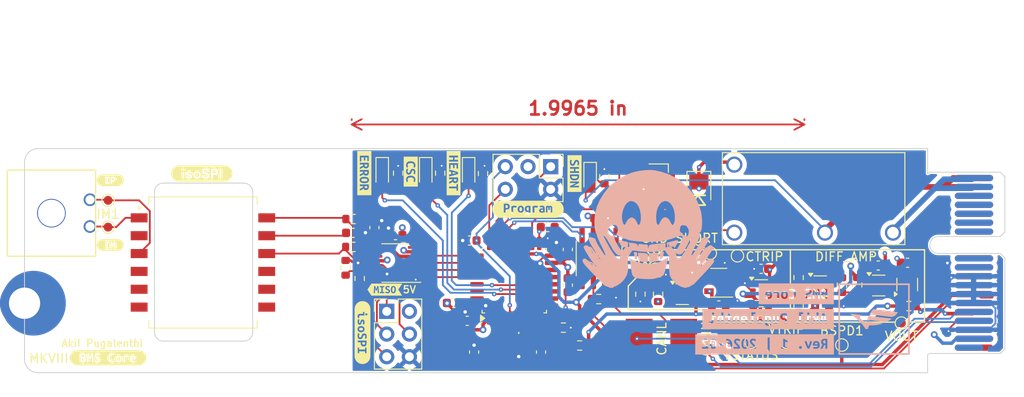
<source format=kicad_pcb>
(kicad_pcb (version 20241229) (generator "pcbnew") (generator_version "9.0")
  (layers (0 "F.Cu" signal) (4 "In1.Cu" power "GND.Cu") (6 "In2.Cu" mixed "PWR.Cu") (2 "B.Cu" signal) (13 "F.Paste" user) (15 "B.Paste" user) (5 "F.SilkS" user "F.Silkscreen") (7 "B.SilkS" user "B.Silkscreen") (1 "F.Mask" user) (3 "B.Mask" user) (25 "Edge.Cuts" user))
  (net 0 "")
  (net 1 "/BSPD_CURRENT_THRESH")
  (net 2 "+5V")
  (net 3 "GND")
  (net 4 "Net-(C7-Pad1)")
  (net 5 "Net-(C8-Pad1)")
  (net 6 "/IM")
  (net 7 "/IP")
  (net 8 "/ISO_MISO")
  (net 9 "/ISO_SCK")
  (net 10 "/ISO_MOSI")
  (net 11 "/ISO_CS")
  (net 12 "Net-(D1-K)")
  (net 13 "/Heartbeat")
  (net 14 "Net-(D2-K)")
  (net 15 "/CSC_Comms")
  (net 16 "Net-(D3-K)")
  (net 17 "/CANH")
  (net 18 "/CANL")
  (net 19 "/Error")
  (net 20 "/FAN_PWM")
  (net 21 "Net-(D5-A)")
  (net 22 "/SHDN_OUT")
  (net 23 "Net-(D6-K)")
  (net 36 "/SHDN_IN")
  (net 43 "Net-(U3-IBIAS)")
  (net 44 "Net-(U3-ICMP)")
  (net 45 "Net-(U3-IM)")
  (net 46 "Net-(U3-IP)")
  (net 47 "Net-(U4--)")
  (net 48 "Net-(U8--)")
  (net 49 "/BMS_RELAY_DRIVE")
  (net 50 "/VOUT_CURRENT_SENSE")
  (net 51 "/BSPD Current Sensor Trigger/VSTATUS")
  (net 52 "Net-(U8-+)")
  (net 53 "/BSPD Current Sensor Trigger/V_GND_THRESHOLD")
  (net 54 "/BSPD Current Sensor Trigger/VTRIP")
  (net 62 "/BSPD Current Sensor Trigger/GND_SHORT")
  (net 63 "/BSPD Current Sensor Trigger/CURRENT_TRIP")
  (net 66 "Net-(U10-PF1-OSC_OUT)")
  (net 67 "Net-(U10-PF0-OSC_IN)")
  (net 68 "+3V3")
  (net 69 "/NRST")
  (net 70 "/SWCLK")
  (net 71 "/SWDIO")
  (net 73 "/CAN_RX")
  (net 74 "/CAN_TX")
  (net 83 "Net-(J5-io_5)")
  (net 84 "unconnected-(U10-(TIM2_CH4{slash}USART1_RX{slash}TIM17_BKIN{slash}GPIO_EXTI10)PA10-Pad20)")
  (net 85 "Net-(U10-(USART2_CK{slash}TIM3_CH2{slash}GPIO_EXTI4{slash}ADC2_IN17)PA4*)")
  (footprint "OEM:R_0603" (layer "F.Cu") (at 151.265885 92.565 90)
    (property "Reference" "R23" (hide yes))
    (property "Value" "1KR" (hide yes))
  )
  (footprint "OEM:R_0603" (layer "F.Cu") (at 171.3386 105.29515 90)
    (property "Reference" "R19" (hide yes))
    (property "Value" "R_10K" (hide yes))
  )
  (footprint "Package_TO_SOT_SMD:SOT-353_SC-70-5" (layer "F.Cu") (at 185.19 104.67 90)
    (property "Reference" "U1" (hide yes))
    (property "Value" "MCP6001" (hide yes))
  )
  (footprint "OEM:PCIe_Mount" (layer "F.Cu") (at 86.2988 106.765 90)
    (property "Reference" "H2" (hide yes))
    (property "Value" "CONN_MountingHole" (hide yes))
  )
  (footprint "OEM:LQFP-32_7x7mm_P0.8mm" (layer "F.Cu") (at 141.171 104.24 90)
    (property "Reference" "U10" (hide yes))
    (property "Value" "STM32G441KBT6" (hide yes))
  )
  (footprint "OEM:SOT-23F" (layer "F.Cu") (at 157.6708 92.7472)
    (property "Reference" "Q1" (hide yes))
    (property "Value" "SSM3K333R" (hide yes))
  )
  (footprint "TestPoint:TestPoint_Pad_D1.0mm" (layer "F.Cu") (at 95.671 95.24)
    (property "Reference" "IP1" (hide yes))
    (property "Value" "TP_1mm")
  )
  (footprint "OEM:C_0603_1608Metric" (layer "F.Cu") (at 135.896 108.74)
    (property "Reference" "C18" (hide yes))
    (property "Value" "C_4.7uF_25V" (hide yes))
  )
  (footprint "kibuzzard-63BF4A21" (layer "F.Cu") (at 106.171 92.24)
    (property "Reference" "kibuzzard-63BF4A21" (hide yes))
    (property "Value" "G***" (hide yes))
  )
  (footprint "Package_SO:MSOP-16_3x4mm_P0.5mm" (layer "F.Cu") (at 127.826208 102.2634 180)
    (property "Reference" "U3" (hide yes))
    (property "Value" "LTC6820HMS" (hide yes))
  )
  (footprint "OEM:R_0603" (layer "F.Cu") (at 123.131631 97.3344)
    (property "Reference" "R10" (hide yes))
    (property "Value" "R_60.4" (hide yes))
  )
  (footprint "OEM:C_0603_1608Metric" (layer "F.Cu") (at 136.671 112.24 90)
    (property "Reference" "C15" (hide yes))
    (property "Value" "C_30pF_50V" (hide yes))
  )
  (footprint "OEM:C_0603" (layer "F.Cu") (at 123.106231 98.8838)
    (property "Reference" "C8" (hide yes))
    (property "Value" "C_10nF" (hide yes))
  )
  (footprint "OEM:R_0603" (layer "F.Cu") (at 179.59 104.72 90)
    (property "Reference" "R15" (hide yes))
    (property "Value" "R_10K" (hide yes))
  )
  (footprint "OEM:R_0603_1608Metric" (layer "F.Cu") (at 146.675 109.5)
    (property "Reference" "R4" (hide yes))
    (property "Value" "R_10k" (hide yes))
  )
  (footprint "OEM:R_0603" (layer "F.Cu") (at 157.285006 105.7495 90)
    (property "Reference" "R17" (hide yes))
    (property "Value" "R_1M" (hide yes))
  )
  (footprint "OEM:R_0603" (layer "F.Cu") (at 177.8745 104.7296 -90)
    (property "Reference" "R16" (hide yes))
    (property "Value" "R_10K" (hide yes))
  )
  (footprint "OEM:R_0603" (layer "F.Cu") (at 168.821 107.68755 180)
    (property "Reference" "R20" (hide yes))
    (property "Value" "R_576" (hide yes))
  )
  (footprint "TestPoint:TestPoint_Pad_D1.0mm" (layer "F.Cu") (at 163.13 101.16)
    (property "Reference" "GND_SHORT")
    (property "Value" "GND_SHORT")
  )
  (footprint "TestPoint:TestPoint_Pad_D1.0mm" (layer "F.Cu") (at 184.54 108.99 180)
    (property "Reference" "VOUT")
    (property "Value" "VOUT")
  )
  (footprint "OEM:R_0603" (layer "F.Cu") (at 128.164759 92.196528 90)
    (property "Reference" "R21" (hide yes))
    (property "Value" "1KR" (hide yes))
  )
  (footprint "OEM:C_0603" (layer "F.Cu") (at 168.821 102.91235 180)
    (property "Reference" "C11" (hide yes))
    (property "Value" "C_0.1uF" (hide yes))
  )
  (footprint "Connector_PinHeader_2.54mm:PinHeader_2x03_P2.54mm_Vertical" (layer "F.Cu") (at 126.885 107.68)
    (property "Reference" "J1" (hide yes))
    (property "Value" "isoSPI Header")
  )
  (footprint "OEM:CHIPLED_0805" (layer "F.Cu") (at 126.381949 92.196528 -90)
    (property "Reference" "D3" (hide yes))
    (property "Value" "LED_RED" (hide yes))
  )
  (footprint "OEM:C_0603_1608Metric" (layer "F.Cu") (at 185.24 102.23 180)
    (property "Reference" "C1" (hide yes))
    (property "Value" "C_0.1uF_16V" (hide yes))
  )
  (footprint "OEM:R_0603" (layer "F.Cu") (at 173.021 106.965 90)
    (property "Reference" "R24" (hide yes))
    (property "Value" "R_10K" (hide yes))
  )
  (footprint "kibuzzard-63B93076" (layer "F.Cu") (at 142.710999 96.24)
    (property "Reference" "kibuzzard-63B93076" (hide yes))
    (property "Value" "G***" (hide yes))
  )
  (footprint "OEM:R_0603_1608Metric" (layer "F.Cu") (at 148.5 111.5 180)
    (property "Reference" "R2" (hide yes))
    (property "Value" "R_5.1k" (hide yes))
  )
  (footprint "OEM:FA238160000MBC0 (X_16MHz_18pF_SMD - FA-238_16.0000MB-C0)" (layer "F.Cu") (at 140.571 111.94 180)
    (property "Reference" "Y3" (hide yes))
    (property "Value" "X_16MHz_18pF" (hide yes))
  )
  (footprint "kibuzzard-673AE677" (layer "F.Cu") (at 134.3755 92.196528 -90)
    (property "Reference" "kibuzzard-673AE677" (hide yes))
    (property "Value" "G***" (hide yes))
  )
  (footprint "kibuzzard-63BF57C4" (layer "F.Cu") (at 95.671 112.8792)
    (property "Reference" "kibuzzard-63BF57C4" (hide yes))
    (property "Value" "G***" (hide yes))
  )
  (footprint "kibuzzard-63B930AD" (layer "F.Cu") (at 126.671 105.24)
    (property "Reference" "kibuzzard-63B930AD" (hide yes))
    (property "Value" "G***" (hide yes))
  )
  (footprint "kibuzzard-673AE69E" (layer "F.Cu") (at 124.3755 92.196528 -90)
    (property "Reference" "kibuzzard-673AE69E" (hide yes))
    (property "Value" "G***" (hide yes))
  )
  (footprint "TestPoint:TestPoint_Pad_D1.0mm" (layer "F.Cu") (at 177.87 111.45)
    (property "Reference" "BSPD1")
    (property "Value" "BSPD_CURRENT_THRESH" (hide yes))
  )
  (footprint "TestPoint:TestPoint_Pad_D1.0mm" (layer "F.Cu") (at 166.171 101.449132)
    (property "Reference" "TP4" (hide yes))
    (property "Value" "CURRENT_TRIP" (hide yes))
  )
  (footprint "footprints:HM2112ZNLT" (layer "F.Cu") (at 106.2968 102.2018 -90)
    (property "Reference" "T1" (hide yes))
    (property "Value" "HM2112ZNLT" (hide yes))
  )
  (footprint "OEM:R_0603" (layer "F.Cu") (at 123.106231 100.4586 180)
    (property "Reference" "R11" (hide yes))
    (property "Value" "R_60.4" (hide yes))
  )
  (footprint "TestPoint:TestPoint_Pad_D1.0mm" (layer "F.Cu") (at 171.68 111.13)
    (property "Reference" "VTRIP")
    (property "Value" "VTRIP")
  )
  (footprint "OEM:C_0603" (layer "F.Cu") (at 125.506831 98.2996 90)
    (property "Reference" "C7" (hide yes))
    (property "Value" "C_10nF" (hide yes))
  )
  (footprint "OEM:C_0603" (layer "F.Cu") (at 160.323006 103.3365 180)
    (property "Reference" "C10" (hide yes))
    (property "Value" "C_0.1uF" (hide yes))
  )
  (footprint "OEM:C_0603_1608Metric" (layer "F.Cu") (at 147.171 104.74 -90)
    (property "Reference" "C20" (hide yes))
    (property "Value" "C_1uF_25V" (hide yes))
  )
  (footprint "Package_TO_SOT_SMD:SOT-353_SC-70-5" (layer "F.Cu") (at 159.996 105.7495)
    (property "Reference" "U5" (hide yes))
    (property "Value" "MCP6001" (hide yes))
  )
  (footprint "OEM:R_0603" (layer "F.Cu") (at 132.8755 92.196528 90)
    (property "Reference" "R3" (hide yes))
    (property "Value" "1KR" (hide yes))
  )
  (footprint "OEM:Relay_SPST_OMRON-G5Q-1A4_OEM" (layer "F.Cu") (at 165.8156 98.8584)
    (property "Reference" "K1" (hide yes))
    (property "Value" "Relay_G5Q-1A4-DC5" (hide yes))
  )
  (footprint "OEM:TP_Hook_SMD" (layer "F.Cu") (at 155.16 110.76 90)
    (property "Reference" "CANL")
    (property "Value" "CANL1")
  )
  (footprint "kibuzzard-63BB8A3F" (layer "F.Cu") (at 95.921 92.99)
    (property "Reference" "kibuzzard-63BB8A3F" (hide yes))
    (property "Value" "G***" (hide yes))
  )
  (footprint "OEM:C_0603_1608Metric" (layer "F.Cu") (at 150.896 97.24)
    (property "Reference" "C22" (hide yes))
    (property "Value" "C_0.1uF_16V" (hide yes))
  )
  (footprint "kibuzzard-673AE688" (layer "F.Cu") (at 129.5755 92.0237 -90)
    (property "Reference" "kibuzzard-673AE688" (hide yes))
    (property "Value" "G***" (hide yes))
  )
  (footprint "OEM:R_0603" (layer "F.Cu") (at 173.021 103.89 90)
    (property "Reference" "R25" (hide yes))
    (property "Value" "R_10K" (hide yes))
  )
  (footprint "kibuzzard-673AE5D1" (layer "F.Cu") (at 147.921 92.24 -90)
    (property "Reference" "kibuzzard-673AE5D1" (hide yes))
    (property "Value" "G***" (hide yes))
  )
  (footprint "OEM:C_0603_1608Metric" (layer "F.Cu") (at 136.171 99.74 180)
    (property "Reference" "C21" (hide yes))
    (property "Value" "C_0.1uF_16V" (hide yes))
  )
  (footprint "OEM:R_0603" (layer "F.Cu") (at 122.281031 102.7954 90)
    (property "Reference" "R9" (hide yes))
    (property "Value" "R_1K" (hide yes))
  )
  (footprint "OEM:R_0603" (layer "F.Cu") (at 154.6568 92.7472 90)
    (property "Reference" "R7" (hide yes))
    (property "Value" "R_10K" (hide yes))
  )
  (footprint "OEM:SOT-23-5_OEM" (layer "F.Cu") (at 164.085 104.4698 180)
    (property "Reference" "U7" (hide yes))
    (property "Value" "SN74LVC1G32DBVR" (hide yes))
  )
  (footprint "OEM:CHIPLED_0805" (layer "F.Cu") (at 131.256545 92.196528 -90)
    (property "Reference" "D2" (hide yes))
    (property "Value" "LED_GREEN" (hide yes))
  )
  (footprint "Package_TO_SOT_SMD:SOT-353_SC-70-5" (layer "F.Cu") (at 182 104.78)
    (property "Reference" "U4" (hide yes))
    (property "Value" "MCP6001" (hide yes))
  )
  (footprint "OEM:J_PCIe_x1_Key" (layer "F.Cu") (at 192.671 111.74 90)
    (property "Reference" "J5" (hide yes))
    (property "Value" "J_PCIe_x1" (hide yes))
    (fp_line (start 19.65 -4.95) (end 19.65 2.95) (stroke (width 0.1)) (layer "Edge.Cuts"))
    (fp_line (start -0.65 -4.95) (end -0.649999 2.95) (stroke (width 0.1)) (layer "Edge.Cuts"))
    (fp_line (start 12.45 -4.000001) (end 12.449999 2.95) (stroke (width 0.1)) (layer "Edge.Cuts"))
    (fp_line (start 10.55 -4.000001) (end 10.550001 2.95) (stroke (width 0.1)) (layer "Edge.Cuts"))
    (fp_line (start 19.65 2.95) (end 19.149999 3.45) (stroke (width 0.1)) (layer "Edge.Cuts"))
    (fp_line (start 12.449999 2.95) (end 12.95 3.45) (stroke (width 0.1)) (layer "Edge.Cuts"))
    (fp_line (start 10.550001 2.95) (end 10.05 3.45) (stroke (width 0.1)) (layer "Edge.Cuts"))
    (fp_line (start -0.649999 2.95) (end -0.15 3.449999) (stroke (width 0.1)) (layer "Edge.Cuts"))
    (fp_line (start -0.15 3.449999) (end 10.05 3.45) (stroke (width 0.1)) (layer "Edge.Cuts"))
    (fp_line (start 12.95 3.45) (end 19.149999 3.45) (stroke (width 0.1)) (layer "Edge.Cuts"))
    (fp_arc (start 10.55 -4.000001) (mid 11.5 -4.950001) (end 12.45 -4.000001) (stroke (width 0.1)) (layer "Edge.Cuts"))
  )
  (footprint "OEM:C_0603_1608Metric" (layer "F.Cu") (at 134.396 106.74)
    (property "Reference" "C17" (hide yes))
    (property "Value" "C_0.1uF_16V" (hide yes))
  )
  (footprint "OEM:CHIPLED_0805" (layer "F.Cu") (at 136.056019 92.196528 -90)
    (property "Reference" "D1" (hide yes))
    (property "Value" "LED_AMBER" (hide yes))
  )
  (footprint "OEM:R_0603" (layer "F.Cu") (at 123.855831 103.9892 90)
    (property "Reference" "R8" (hide yes))
    (property "Value" "R_1K" (hide yes))
  )
  (footprint "OEM:C_0603_1608Metric" (layer "F.Cu") (at 144.171 112.24 -90)
    (property "Reference" "C14" (hide yes))
    (property "Value" "C_30pF_50V" (hide yes))
  )
  (footprint "OEM:C_0603" (layer "F.Cu") (at 181.95 102.54 180)
    (property "Reference" "C9" (hide yes))
    (property "Value" "C_0.1uF" (hide yes))
  )
  (footprint "kibuzzard-63B9305B" (layer "F.Cu") (at 124.171 110.052196 -90)
    (property "Reference" "kibuzzard-63B9305B" (hide yes))
    (property "Value" "G***" (hide yes))
  )
  (footprint "OEM:TP_Hook_SMD" (layer "F.Cu") (at 160.16 110.76 90)
    (property "Reference" "CANH")
    (property "Value" "CANH1")
  )
  (footprint "OEM:C_0603" (layer "F.Cu") (at 175.6523 107.0551)
    (property "Reference" "C13" (hide yes))
    (property "Value" "C_0.1uF" (hide yes))
  )
  (footprint "OEM:R_0603" (layer "F.Cu") (at 155.303806 105.7495 -90)
    (property "Reference" "R18" (hide yes))
    (property "Value" "R_1K" (hide yes))
  )
  (footprint "OEM:J_Programming_Pin_Header_Keyed" (layer "F.Cu") (at 145.250999 91.465 -90)
    (property "Reference" "J4" (hide yes))
    (property "Value" "J_Programming_Pin_Header" (hide yes))
  )
  (footprint "TestPoint:TestPoint_Pad_D1.0mm" (layer "F.Cu") (at 157.02 102.95 45)
    (property "Reference" "VGND")
    (property "Value" "V_GND_THRESHOLD")
  )
  (footprint "TestPoint:TestPoint_Pad_D1.0mm" (layer "F.Cu") (at 167.68 111.13 180)
    (property "Reference" "VSTATUS")
    (property "Value" "VSTATUS")
  )
  (footprint "OEM:C_0603_1608Metric" (layer "F.Cu") (at 147.171 100.74 90)
    (property "Reference" "C19" (hide yes))
    (property "Value" "C_10nF_50V" (hide yes))
  )
  (footprint "OEM:C_0603" (layer "F.Cu") (at 127.869031 99.1378 180)
    (property "Reference" "C6" (hide yes))
    (property "Value" "C_0.1uF" (hide yes))
  )
  (footprint "OEM:R_0603" (layer "F.Cu") (at 137.671 92.24 90)
    (property "Reference" "R1" (hide yes))
    (property "Value" "1KR" (hide yes))
  )
  (footprint "kibuzzard-63BB8A53" (layer "F.Cu") (at 95.921 100.24)
    (property "Reference" "kibuzzard-63BB8A53" (hide yes))
    (property "Value" "G***" (hide yes))
  )
  (footprint "OEM:SOIC-8_3.9x4.9mm_P1.27mm" (layer "F.Cu") (at 150.671 101.74 -90)
    (property "Reference" "U11" (hide yes))
    (property "Value" "MCP2561-E_SN" (hide yes))
  )
  (footprint "footprints:MicroFit_RA_2" (layer "F.Cu") (at 89.3268 96.674 90)
    (property "Reference" "J3" (hide yes))
    (property "Value" "MicroFit_RA_2" (hide yes))
  )
  (footprint "OEM:R_0603_1608Metric" (layer "F.Cu") (at 150.63 106.3 180)
    (property "Reference" "R5" (hide yes))
    (property "Value" "R_120")
  )
  (footprint "OEM:C_0603_1608Metric" (layer "F.Cu") (at 144.921 98.24)
    (property "Reference" "C16" (hide yes))
    (property "Value" "C_0.1uF_16V" (hide yes))
  )
  (footprint "OEM:C_0603" (layer "F.Cu") (at 164.085 107.0162)
    (property "Reference" "C12" (hide yes))
    (property "Value" "C_0.1uF" (hide yes))
  )
  (footprint "OEM:R_0603" (layer "F.Cu") (at 185.3709 107.0845)
    (property "Reference" "R12" (hide yes))
    (property "Value" "R_10K" (hide yes))
  )
  (footprint "Package_TO_SOT_SMD:SOT-353_SC-70-5" (layer "F.Cu") (at 175.446 104.865)
    (property "Reference" "U8" (hide yes))
    (property "Value" "MCP6001" (hide yes))
  )
  (footprint "TestPoint:TestPoint_Pad_D1.0mm" (layer "F.Cu") (at 95.671 98.24)
    (property "Reference" "IM1")
    (property "Value" "TP_1mm")
  )
  (footprint "Package_TO_SOT_SMD:SOT-353_SC-70-5" (layer "F.Cu") (at 168.845999 105.29515)
    (property "Reference" "U6" (hide yes))
    (property "Value" "MCP6001" (hide yes))
  )
  (footprint "OEM:CHIPLED_0805" (layer "F.Cu") (at 149.671 92.74 -90)
    (property "Reference" "D6" (hide yes))
    (property "Value" "LED_BLUE" (hide yes))
  )
  (footprint "OEM:DO-214AA" (layer "F.Cu") (at 161.8532 95.1754 -90)
    (property "Reference" "D5" (hide yes))
    (property "Value" "D_Zener_18V_SMBJ5355B-TP" (hide yes))
  )
  (footprint "kibuzzard-69802858" (layer "B.Cu") (at 169.21175 111.38 180)
    (property "Reference" "kibuzzard-69802858" (hide yes))
    (property "Value" "G***" (hide yes))
  )
  (footprint "OEM:OEM_Logo_8mm" (layer "B.Cu") (at 181.476 108.545 180)
    (property "Reference" "REF**" (hide yes))
    (property "Value" "OEM_Logo_8mm")
  )
  (footprint "LOGO" (layer "B.Cu") (at 156.14 98.32 180)
    (property "Reference" "G***" (hide yes))
    (property "Value" "LOGO" (hide yes))
  )
  (footprint "kibuzzard-69802617" (layer "B.Cu") (at 172.7605 105.7115 180)
    (property "Reference" "kibuzzard-69802617" (hide yes))
    (property "Value" "G***" (hide yes))
  )
  (footprint "kibuzzard-698026CF" (layer "B.Cu") (at 169.6088 108.545 180)
    (property "Reference" "kibuzzard-698026CF" (hide yes))
    (property "Value" "G***" (hide yes))
  )
  (gr_line (start 187.131 108.865) (end 185.2039 108.865) (stroke (width 0.15)) (layer "F.SilkS"))
  (gr_line (start 153.941 107.495) (end 162.481 107.495) (stroke (width 0.15)) (layer "F.SilkS"))
  (gr_line (start 187.131 100.775) (end 172.101 100.775) (stroke (width 0.15)) (layer "F.SilkS"))
  (gr_line (start 172.101 101.875) (end 172.101 100.775) (stroke (width 0.15)) (layer "F.SilkS"))
  (gr_line (start 162.46 100.54) (end 161.56 100.1984) (stroke (width 0.15)) (layer "F.SilkS"))
  (gr_line (start 187.131 100.775) (end 187.131 108.865) (stroke (width 0.15)) (layer "F.SilkS"))
  (gr_line (start 163.841 108.8839) (end 172.101 108.8839) (stroke (width 0.15)) (layer "F.SilkS"))
  (gr_line (start 162.481 107.495) (end 163.8699 108.8839) (stroke (width 0.15)) (layer "F.SilkS"))
  (gr_line (start 172.101 100.775) (end 166.2728 100.775) (stroke (width 0.15)) (layer "F.SilkS"))
  (gr_line (start 172.101 101.875) (end 172.101 108.865) (stroke (width 0.15)) (layer "F.SilkS"))
  (gr_line (start 183.8039 108.8839) (end 172.101 108.8839) (stroke (width 0.15)) (layer "F.SilkS"))
  (gr_line (start 166.2728 100.7754) (end 157.8292 100.7754) (stroke (width 0.15)) (layer "F.SilkS"))
  (gr_line (start 157.8292 100.7754) (end 153.941 104.8408) (stroke (width 0.15)) (layer "F.SilkS"))
  (gr_line (start 153.941 104.8408) (end 153.941 107.495) (stroke (width 0.15)) (layer "F.SilkS"))
  (gr_arc (start 110.8688 93.3118) (mid 111.575907 93.604693) (end 111.8688 94.3118) (stroke (width 0.1)) (layer "Edge.Cuts"))
  (gr_line (start 86.3148 90.958328) (end 86.3148 113.056672) (stroke (width 0.1)) (layer "Edge.Cuts"))
  (gr_line (start 101.8688 111.0118) (end 110.8688 111.0118) (stroke (width 0.1)) (layer "Edge.Cuts"))
  (gr_line (start 187.476 112.53) (end 187.476 114.545) (stroke (width 0.1)) (layer "Edge.Cuts"))
  (gr_line (start 187.476 92.23) (end 187.476 89.435) (stroke (width 0.1)) (layer "Edge.Cuts"))
  (gr_arc (start 86.3148 90.958328) (mid 86.756894 89.888591) (end 87.825928 89.4448) (stroke (width 0.1)) (layer "Edge.Cuts"))
  (gr_arc (start 87.8388 114.5448) (mid 86.768609 114.116356) (end 86.3148 113.056672) (stroke (width 0.1)) (layer "Edge.Cuts"))
  (gr_line (start 110.8688 93.3118) (end 101.8688 93.3118) (stroke (width 0.1)) (layer "Edge.Cuts"))
  (gr_line (start 187.476 114.545) (end 87.8388 114.545) (stroke (width 0.1)) (layer "Edge.Cuts"))
  (gr_arc (start 101.8688 111.0118) (mid 101.161693 110.718907) (end 100.8688 110.0118) (stroke (width 0.1)) (layer "Edge.Cuts"))
  (gr_arc (start 100.8688 94.3118) (mid 101.161693 93.604693) (end 101.8688 93.3118) (stroke (width 0.1)) (layer "Edge.Cuts"))
  (gr_line (start 87.825928 89.4448) (end 187.476 89.4448) (stroke (width 0.1)) (layer "Edge.Cuts"))
  (gr_line (start 111.8688 110.0118) (end 111.8688 94.3118) (stroke (width 0.1)) (layer "Edge.Cuts"))
  (gr_arc (start 111.8688 110.0118) (mid 111.575907 110.718907) (end 110.8688 111.0118) (stroke (width 0.1)) (layer "Edge.Cuts"))
  (gr_line (start 100.8688 94.3118) (end 100.8688 110.0118) (stroke (width 0.1)) (layer "Edge.Cuts"))
  (gr_line (start 187.476 92.23) (end 187.721 92.09) (stroke (width 0.1)) (layer "Edge.Cuts"))
  (gr_line (start 187.476 112.53) (end 187.721 112.39) (stroke (width 0.1)) (layer "Edge.Cuts"))
  (gr_text "5V" (at 129.421 105.24 0) (layer "F.SilkS") (effects (font (size 0.8 0.8))))
  (gr_text "Akil Pugalenthi" (at 95.0286 111.2536 0) (layer "F.SilkS") (effects (font (size 0.8 0.8))))
  (gr_text "CTRIP" (at 166.98 102.13 0) (layer "F.SilkS") (effects (font (size 1 1)) (justify left bottom)))
  (gr_text "MKVIII" (at 89.0314 112.9554 0) (layer "F.SilkS") (effects (font (size 1 1))))
  (gr_text "DIFF_AMP" (at 174.771 102.14 0) (layer "F.SilkS") (effects (font (size 1 1)) (justify left bottom)))
  (dimension (type aligned) (layer "F.Cu") (pts (xy 122.959 86.74) (xy 173.671 86.74)) (height 0) (format (prefix "") (suffix "") (units 0) (units_format 1) (precision 4)) (style (thickness 0.2) (arrow_length 1.27) (text_position_mode 0) (arrow_direction outward) (extension_height 0.58642) (extension_offset 0.5) (keep_text_aligned yes)) (gr_text "1.9965 in" (at 148.315 84.94 0) (layer "F.Cu") (effects (font (size 1.5 1.5) (thickness 0.3)))))
  (segment (start 148.5 107.5) (end 148.5 107.03761) (width 0.381) (layer "F.Cu") (net 1))
  (segment (start 193.4795 106.0485) (end 194.671 106.0485) (width 0.381) (layer "F.Cu") (net 1))
  (segment (start 148.5 107.5) (end 153 112) (width 0.381) (layer "F.Cu") (net 1))
  (segment (start 142.371 100.908) (end 142.371 100.065) (width 0.381) (layer "F.Cu") (net 1))
  (segment (start 190.153732 105.88) (end 182.401232 113.6325) (width 0.381) (layer "F.Cu") (net 1))
  (segment (start 177.72 113.6325) (end 175.891 113.6325) (width 0.381) (layer "F.Cu") (net 1))
  (segment (start 193.171 105.74) (end 193.4795 106.0485) (width 0.381) (layer "F.Cu") (net 1))
  (segment (start 177.86 111.45) (end 177.86 113.4925) (width 0.381) (layer "F.Cu") (net 1))
  (segment (start 182.401232 113.6325) (end 175.891 113.6325) (width 0.381) (layer "F.Cu") (net 1))
  (segment (start 161.831 102.205) (end 161.831 102.3658) (width 0.381) (layer "F.Cu") (net 1))
  (segment (start 143.639 101.24) (end 142.703 101.24) (width 0.381) (layer "F.Cu") (net 1))
  (segment (start 177.86 113.4925) (end 177.72 113.6325) (width 0.381) (layer "F.Cu") (net 1))
  (segment (start 153 113.3592) (end 153.2733 113.6325) (width 0.381) (layer "F.Cu") (net 1))
  (segment (start 161.831 102.3658) (end 162.985 103.5198) (width 0.381) (layer "F.Cu") (net 1))
  (segment (start 148.5 107.03761) (end 148.1147 106.65231) (width 0.381) (layer "F.Cu") (net 1))
  (segment (start 142.703 101.24) (end 142.371 100.908) (width 0.381) (layer "F.Cu") (net 1))
  (segment (start 192.426 105.88) (end 190.153732 105.88) (width 0.381) (layer "F.Cu") (net 1))
  (segment (start 153 112) (end 153 113.3592) (width 0.381) (layer "F.Cu") (net 1))
  (segment (start 153.2733 113.6325) (end 175.891 113.6325) (width 0.381) (layer "F.Cu") (net 1))
  (via (at 143.639 101.24) (size 0.5) (drill 0.2) (layers "F.Cu" "B.Cu") (net 1))
  (via (at 161.831 102.205) (size 0.762) (drill 0.381) (layers "F.Cu" "B.Cu") (net 1))
  (via (at 148.1147 106.65231) (size 0.762) (drill 0.381) (layers "F.Cu" "B.Cu") (net 1))
  (segment (start 144.171 101.24) (end 143.639 101.24) (width 0.381) (layer "B.Cu") (net 1))
  (segment (start 146.171 106.06462) (end 146.171 103.24) (width 0.381) (layer "B.Cu") (net 1))
  (segment (start 148.1147 106.65231) (end 146.75869 106.65231) (width 0.381) (layer "B.Cu") (net 1))
  (segment (start 148.1147 106.65231) (end 152.56201 102.205) (width 0.381) (layer "B.Cu") (net 1))
  (segment (start 152.56201 102.205) (end 161.831 102.205) (width 0.381) (layer "B.Cu") (net 1))
  (segment (start 146.75869 106.65231) (end 146.171 106.06462) (width 0.381) (layer "B.Cu") (net 1))
  (segment (start 146.171 103.24) (end 144.171 101.24) (width 0.381) (layer "B.Cu") (net 1))
  (segment (start 182.671 102.4925) (end 182.4185 102.24) (width 0.2) (layer "F.Cu") (net 2))
  (segment (start 176.3963 104.2057) (end 174.5151 102.3245) (width 0.381) (layer "F.Cu") (net 2))
  (segment (start 128.957231 101.0134) (end 129.976208 101.0134) (width 0.381) (layer "F.Cu") (net 2))
  (segment (start 184.26 102.06) (end 184.465 102.265) (width 0.381) (layer "F.Cu") (net 2))
  (segment (start 161.8532 93.9132) (end 161.86 93.92) (width 0.381) (layer "F.Cu") (net 2))
  (segment (start 149.421 96.99) (end 149.701 96.99) (width 0.381) (layer "F.Cu") (net 2))
  (segment (start 161.8532 93.1434) (end 161.8532 91.5432) (width 0.381) (layer "F.Cu") (net 2))
  (segment (start 161.8532 93.1434) (end 161.8532 93.9132) (width 0.381) (layer "F.Cu") (net 2))
  (segment (start 184.05 101.75) (end 184.26 101.96) (width 0.381) (layer "F.Cu") (net 2))
  (segment (start 129.976208 100.5134) (end 129.976208 101.0134) (width 0.381) (layer "F.Cu") (net 2))
  (segment (start 128.644031 99.1378) (end 127.268431 100.5134) (width 0.381) (layer "F.Cu") (net 2))
  (segment (start 169.771 104.68745) (end 169.771 103.82675) (width 0.381) (layer "F.Cu") (net 2))
  (segment (start 173.021 107.79) (end 174.1424 107.79) (width 0.381) (layer "F.Cu") (net 2))
  (segment (start 186.671 107.5596) (end 186.1959 107.0845) (width 0.4064) (layer "F.Cu") (net 2))
  (segment (start 149.701 96.99) (end 150.036 97.325) (width 0.381) (layer "F.Cu") (net 2))
  (segment (start 182.95 102.765) (end 182.725 102.54) (width 0.381) (layer "F.Cu") (net 2))
  (segment (start 192.3798 107.9262) (end 192.426 107.88) (width 0.381) (layer "F.Cu") (net 2))
  (segment (start 182.725 101.205) (end 182.725 102.54) (width 0.381) (layer "F.Cu") (net 2))
  (segment (start 169.771 104.68745) (end 171.3365 104.68745) (width 0.381) (layer "F.Cu") (net 2))
  (segment (start 182.4185 102.24) (end 182.396 102.24) (width 0.2) (layer "F.Cu") (net 2))
  (segment (start 189.436599 107.9272) (end 189.4376 107.9262) (width 0.381) (layer "F.Cu") (net 2))
  (segment (start 184.465 102.265) (end 184.465 103.645) (width 0.381) (layer "F.Cu") (net 2))
  (segment (start 174.8692 107.0632) (end 174.8773 107.0551) (width 0.381) (layer "F.Cu") (net 2))
  (segment (start 150.036 97.325) (end 150.036 99.265) (width 0.381) (layer "F.Cu") (net 2))
  (segment (start 162.4374 90.959) (end 165.8156 90.959) (width 0.381) (layer "F.Cu") (net 2))
  (segment (start 128.739431 98.1912) (end 128.631031 98.2996) (width 0.381) (layer "F.Cu") (net 2))
  (segment (start 161.098006 103.3365) (end 161.098006 104.936) (width 0.381) (layer "F.Cu") (net 2))
  (segment (start 127.268431 100.5134) (end 125.676208 100.5134) (width 0.381) (layer "F.Cu") (net 2))
  (segment (start 128.644031 98.3126) (end 128.644031 99.1378) (width 0.381) (layer "F.Cu") (net 2))
  (segment (start 192.483799 107.927201) (end 192.671 107.74) (width 0.4064) (layer "F.Cu") (net 2))
  (segment (start 161.098006 103.3365) (end 160.897006 103.5375) (width 0.381) (layer "F.Cu") (net 2))
  (segment (start 184.465 103.645) (end 184.54 103.72) (width 0.381) (layer "F.Cu") (net 2))
  (segment (start 161.098006 104.936) (end 160.897006 105.137) (width 0.381) (layer "F.Cu") (net 2))
  (segment (start 186.671 107.74) (end 186.671 107.5596) (width 0.4064) (layer "F.Cu") (net 2))
  (segment (start 126.849699 102.0134) (end 125.676208 102.0134) (width 0.381) (layer "F.Cu") (net 2))
  (segment (start 128.783431 100.8396) (end 128.957231 101.0134) (width 0.381) (layer "F.Cu") (net 2))
  (segment (start 129.976208 101.5134) (end 128.268431 101.5134) (width 0.381) (layer "F.Cu") (net 2))
  (segment (start 174.1424 107.79) (end 174.8692 107.0632) (width 0.381) (layer "F.Cu") (net 2))
  (segment (start 184.26 101.96) (end 184.26 102.06) (width 0.381) (layer "F.Cu") (net 2))
  (segment (start 163.31 107.0162) (end 163.31 105.7448) (width 0.381) (layer "F.Cu") (net 2))
  (segment (start 189.436599 107.927201) (end 192.483799 107.927201) (width 0.4064) (layer "F.Cu") (net 2))
  (segment (start 169.771 103.82675) (end 169.771 103.08735) (width 0.381) (layer "F.Cu") (net 2))
  (segment (start 169.8034 102.9966) (end 170.4755 102.3245) (width 0.381) (layer "F.Cu") (net 2))
  (segment (start 182.69 101.17) (end 182.725 101.205) (width 0.381) (layer "F.Cu") (net 2))
  (segment (start 182.95 104.13) (end 182.95 102.765) (width 0.381) (layer "F.Cu") (net 2))
  (segment (start 163.31 105.7448) (end 162.985 105.4198) (width 0.381) (layer "F.Cu") (net 2))
  (segment (start 161.8786 91.5178) (end 162.4374 90.959) (width 0.381) (layer "F.Cu") (net 2))
  (segment (start 126.940621 101.922478) (end 126.849699 102.0134) (width 0.381) (layer "F.Cu") (net 2))
  (segment (start 170.4755 102.3245) (end 174.5151 102.3245) (width 0.381) (layer "F.Cu") (net 2))
  (segment (start 128.268431 101.5134) (end 127.268431 100.5134) (width 0.381) (layer "F.Cu") (net 2))
  (segment (start 182.4185 102.2175) (end 182.396 102.24) (width 0.2) (layer "F.Cu") (net 2))
  (segment (start 128.631031 98.2996) (end 128.644031 98.3126) (width 0.381) (layer "F.Cu") (net 2))
  (via (at 149.421 96.99) (size 0.762) (drill 0.381) (layers "F.Cu" "B.Cu") (net 2))
  (via (at 169.8034 102.9966) (size 0.5) (drill 0.2) (layers "F.Cu" "B.Cu") (net 2))
  (via (at 182.69 101.17) (size 0.5) (drill 0.2) (layers "F.Cu" "B.Cu") (net 2))
  (via (at 174.8692 107.0632) (size 0.5) (drill 0.2) (layers "F.Cu" "B.Cu") (net 2))
  (via (at 184.05 101.75) (size 0.6096) (drill 0.3048) (layers "F.Cu" "B.Cu") (net 2))
  (via (at 189.436599 107.927201) (size 0.5) (drill 0.2) (layers "F.Cu" "B.Cu") (net 2))
  (via (at 128.783431 100.8396) (size 0.762) (drill 0.381) (layers "F.Cu" "B.Cu") (net 2))
  (via (at 161.8786 91.5178) (size 0.5) (drill 0.2) (layers "F.Cu" "B.Cu") (net 2))
  (via (at 157.285006 106.5745) (size 0.5) (drill 0.2) (layers "F.Cu" "B.Cu") (net 2))
  (via (at 161.098006 103.3365) (size 0.5) (drill 0.2) (layers "F.Cu" "B.Cu") (net 2))
  (via (at 186.671 107.74) (size 0.5) (drill 0.2) (layers "F.Cu" "B.Cu") (net 2))
  (via (at 163.0492 105.4198) (size 0.5) (drill 0.2) (layers "F.Cu" "B.Cu") (net 2))
  (via (at 128.631031 98.2996) (size 0.762) (drill 0.381) (layers "F.Cu" "B.Cu") (net 2))
  (via (at 126.940621 101.922478) (size 0.762) (drill 0.381) (layers "F.Cu" "B.Cu") (net 2))
  (via (at 161.86 93.92) (size 0.6096) (drill 0.3048) (layers "F.Cu" "B.Cu") (net 2))
  (segment (start 189.009398 107.5) (end 189.436599 107.927201) (width 0.4064) (layer "B.Cu") (net 2))
  (segment (start 189.436599 107.9272) (end 189.435598 107.9262) (width 0.381) (layer "B.Cu") (net 2))
  (segment (start 187 107.5) (end 189.009398 107.5) (width 0.4064) (layer "B.Cu") (net 2))
  (segment (start 186.671 107.74) (end 186.76 107.74) (width 0.4064) (layer "B.Cu") (net 2))
  (segment (start 186.76 107.74) (end 187 107.5) (width 0.4064) (layer "B.Cu") (net 2))
  (segment (start 158.148606 105.263599) (end 158.148606 103.8191) (width 0.2) (layer "F.Cu") (net 3))
  (segment (start 123.017631 102.135) (end 123.564331 102.135) (width 0.254) (layer "F.Cu") (net 3))
  (segment (start 152.567446 104.223554) (end 152.576 104.215) (width 0.2) (layer "F.Cu") (net 3))
  (segment (start 174.496001 104.865) (end 174.830598 104.865) (width 0.2) (layer "F.Cu") (net 3))
  (segment (start 189.820248 109.685752) (end 190.766 108.74) (width 0.2) (layer "F.Cu") (net 3))
  (segment (start 139.471 111.14) (end 138.771 111.14) (width 0.2) (layer "F.Cu") (net 3))
  (segment (start 126.319631 97.5122) (end 125.519231 97.5122) (width 0.381) (layer "F.Cu") (net 3))
  (segment (start 154.6568 93.5722) (end 155.2532 93.5722) (width 0.2) (layer "F.Cu") (net 3))
  (segment (start 181.26 102.455) (end 181.175 102.54) (width 0.2) (layer "F.Cu") (net 3))
  (segment (start 128.164759 91.382641) (end 128.0943 91.4531) (width 0.2) (layer "F.Cu") (net 3))
  (segment (start 139.673 111.14) (end 139.471 111.14) (width 0.2) (layer "F.Cu") (net 3))
  (segment (start 130.129631 104.1162) (end 130.232431 104.0134) (width 0.254) (layer "F.Cu") (net 3))
  (segment (start 135.671 107.24) (end 135.171 106.74) (width 0.381) (layer "F.Cu") (net 3))
  (segment (start 130.026831 104.0134) (end 130.129631 104.1162) (width 0.254) (layer "F.Cu") (net 3))
  (segment (start 141.671 112.74) (end 143.896 112.74) (width 0.2) (layer "F.Cu") (net 3))
  (segment (start 133.039355 91.371528) (end 133.0727 91.404873) (width 0.2) (layer "F.Cu") (net 3))
  (segment (start 181.626 104.529) (end 181.375 104.78) (width 0.2) (layer "F.Cu") (net 3))
  (segment (start 144.921 99.49) (end 144.921 99.015) (width 0.2) (layer "F.Cu") (net 3))
  (segment (start 155.2532 93.5722) (end 155.671 93.99) (width 0.2) (layer "F.Cu") (net 3))
  (segment (start 129.976208 104.0134) (end 130.026831 104.0134) (width 0.254) (layer "F.Cu") (net 3))
  (segment (start 125.519231 97.5122) (end 125.506831 97.5246) (width 0.381) (layer "F.Cu") (net 3))
  (segment (start 174.2617 104.8557) (end 174.4963 104.8557) (width 0.2) (layer "F.Cu") (net 3))
  (segment (start 173.746 104.34) (end 174.2617 104.8557) (width 0.2) (layer "F.Cu") (net 3))
  (segment (start 145.896 99.965) (end 147.171 99.965) (width 0.2) (layer "F.Cu") (net 3))
  (segment (start 164.86 107.0162) (end 167.32465 107.0162) (width 0.2) (layer "F.Cu") (net 3))
  (segment (start 178.071 107.0845) (end 177.221 107.0845) (width 0.2) (layer "F.Cu") (net 3))
  (segment (start 122.853031 101.9704) (end 123.017631 102.135) (width 0.254) (layer "F.Cu") (net 3))
  (segment (start 122.281031 101.9704) (end 122.853031 101.9704) (width 0.254) (layer "F.Cu") (net 3))
  (segment (start 167.698254 105.33745) (end 166.9972 104.636396) (width 0.2) (layer "F.Cu") (net 3))
  (segment (start 135.671 107.74) (end 136.671 108.74) (width 0.381) (layer "F.Cu") (net 3))
  (segment (start 189.69 102.26) (end 189.67 102.24) (width 0.2) (layer "F.Cu") (net 3))
  (segment (start 181.626 102.991) (end 181.626 104.529) (width 0.2) (layer "F.Cu") (net 3))
  (segment (start 165.171 102.663901) (end 165.171 102.99) (width 0.2) (layer "F.Cu") (net 3))
  (segment (start 135.671 107.74) (end 135.671 107.24) (width 0.381) (layer "F.Cu") (net 3))
  (segment (start 173.746 103.79) (end 173.746 104.34) (width 0.2) (layer "F.Cu") (net 3))
  (segment (start 189.67 102.24) (end 186.025 102.24) (width 0.2) (layer "F.Cu") (net 3))
  (segment (start 123.564331 102.135) (end 123.678031 102.2487) (width 0.254) (layer "F.Cu") (net 3))
  (segment (start 176.4567 107.0845) (end 176.4273 107.0551) (width 0.2) (layer "F.Cu") (net 3))
  (segment (start 126.474469 102.5134) (end 125.676208 102.5134) (width 0.2) (layer "F.Cu") (net 3))
  (segment (start 151.306 99.265) (end 151.306 97.605) (width 0.2) (layer "F.Cu") (net 3))
  (segment (start 156.328 93.99) (end 156.6208 93.6972) (width 0.2) (layer "F.Cu") (net 3))
  (segment (start 151.306 97.605) (end 151.671 97.24) (width 0.2) (layer "F.Cu") (net 3))
  (segment (start 174.271 104.865) (end 174.2617 104.8557) (width 0.2) (layer "F.Cu") (net 3))
  (segment (start 144.063132 102.298499) (end 144.804633 103.04) (width 0.2) (layer "F.Cu") (net 3))
  (segment (start 166.9972 104.636396) (end 166.9972 104.5206) (width 0.2) (layer "F.Cu") (net 3))
  (segment (start 158.148606 103.5615) (end 159.323006 103.5615) (width 0.2) (layer "F.Cu") (net 3))
  (segment (start 190.766 108.74) (end 193.171 108.74) (width 0.2) (layer "F.Cu") (net 3))
  (segment (start 173.021 103.065) (end 173.746 103.79) (width 0.2) (layer "F.Cu") (net 3))
  (segment (start 127.094031 98.3628) (end 127.081631 98.3504) (width 0.381) (layer "F.Cu") (net 3))
  (segment (start 181.26 101.3) (end 181.26 102.455) (width 0.2) (layer "F.Cu") (net 3))
  (segment (start 158.672007 105.787) (end 158.148606 105.263599) (width 0.2) (layer "F.Cu") (net 3))
  (segment (start 138.446 111.465) (end 136.671 111.465) (width 0.2) (layer "F.Cu") (net 3))
  (segment (start 167.871 105.33745) (end 167.698254 105.33745) (width 0.2) (layer "F.Cu") (net 3))
  (segment (start 135.03042 106.59942) (end 135.171 106.74) (width 0.2) (layer "F.Cu") (net 3))
  (segment (start 130.232431 104.0134) (end 130.378561 104.0134) (width 0.254) (layer "F.Cu") (net 3))
  (segment (start 167.32465 107.0162) (end 167.996 107.68755) (width 0.2) (layer "F.Cu") (net 3))
  (segment (start 125.676208 103.0134) (end 126.867531 103.0134) (width 0.2) (layer "F.Cu") (net 3))
  (segment (start 123.881231 98.8838) (end 124.477662 98.8838) (width 0.381) (layer "F.Cu") (net 3))
  (segment (start 174.963299 104.997701) (end 176.4273 106.461701) (width 0.2) (layer "F.Cu") (net 3))
  (segment (start 159.323006 103.5615) (end 159.548006 103.3365) (width 0.2) (layer "F.Cu") (net 3))
  (segment (start 165.185 103.5198) (end 165.171 103.5058) (width 0.2) (layer "F.Cu") (net 3))
  (segment (start 127.094031 99.1378) (end 127.094031 98.3628) (width 0.381) (layer "F.Cu") (net 3))
  (segment (start 144.063132 102.298499) (end 144.063132 101.972869) (width 0.2) (layer "F.Cu") (net 3))
  (segment (start 133.0727 91.404873) (end 133.0727 91.4917) (width 0.2) (layer "F.Cu") (net 3))
  (segment (start 137.971 107.04) (end 136.996 107.04) (width 0.2) (layer "F.Cu") (net 3))
  (segment (start 174.496001 104.865) (end 174.271 104.865) (width 0.2) (layer "F.Cu") (net 3))
  (segment (start 174.830598 104.865) (end 174.963299 104.997701) (width 0.2) (layer "F.Cu") (net 3))
  (segment (start 165.171 102.99) (end 165.185 103.004) (width 0.2) (layer "F.Cu") (net 3))
  (segment (start 126.921 103.49) (end 126.921 103.066869) (width 0.2) (layer "F.Cu") (net 3))
  (segment (start 126.921 103.49) (end 126.921 102.959931) (width 0.2) (layer "F.Cu") (net 3))
  (segment (start 181.175 102.54) (end 181.626 102.991) (width 0.2) (layer "F.Cu") (net 3))
  (segment (start 164.747099 102.24) (end 165.171 102.663901) (width 0.2) (layer "F.Cu") (net 3))
  (segment (start 146.921 105.765) (end 147.171 105.515) (width 0.2) (layer "F.Cu") (net 3))
  (segment (start 165.185 103.004) (end 165.185 103.5198) (width 0.2) (layer "F.Cu") (net 3))
  (segment (start 158.997006 105.787) (end 158.672007 105.787) (width 0.2) (layer "F.Cu") (net 3))
  (segment (start 177.221 107.0845) (end 176.4567 107.0845) (width 0.2) (layer "F.Cu") (net 3))
  (segment (start 174.4963 104.8557) (end 174.821299 104.8557) (width 0.2) (layer "F.Cu") (net 3))
  (segment (start 178.0779 107.0551) (end 178.1073 107.0845) (width 0.2) (layer "F.Cu") (net 3))
  (segment (start 186.015 102.23) (end 186.47 102.685) (width 0.2) (layer "F.Cu") (net 3))
  (segment (start 143.896 112.74) (end 144.171 113.015) (width 0.2) (layer "F.Cu") (net 3))
  (segment (start 174.821299 104.8557) (end 174.963299 104.997701) (width 0.2) (layer "F.Cu") (net 3))
  (segment (start 186.47 102.685) (end 186.47 104.015) (width 0.2) (layer "F.Cu") (net 3))
  (segment (start 166.171 106.49) (end 165.3862 106.49) (width 0.2) (layer "F.Cu") (net 3))
  (segment (start 138.771 111.14) (end 138.446 111.465) (width 0.2) (layer "F.Cu") (net 3))
  (segment (start 126.921 102.959931) (end 126.474469 102.5134) (width 0.2) (layer "F.Cu") (net 3))
  (segment (start 144.921 99.015) (end 145.696 98.24) (width 0.2) (layer "F.Cu") (net 3))
  (segment (start 178.1073 107.0845) (end 178.071 107.0845) (width 0.2) (layer "F.Cu") (net 3))
  (segment (start 158.148606 103.8191) (end 158.148606 103.5615) (width 0.2) (layer "F.Cu") (net 3))
  (segment (start 165.3862 106.49) (end 164.86 107.0162) (width 0.2) (layer "F.Cu") (net 3))
  (segment (start 181.375 104.78) (end 181.050001 104.78) (width 0.2) (layer "F.Cu") (net 3))
  (segment (start 124.477662 98.8838) (end 124.501331 98.860131) (width 0.381) (layer "F.Cu") (net 3))
  (segment (start 152.567446 106.136446) (end 152.567446 104.223554) (width 0.2) (layer "F.Cu") (net 3))
  (segment (start 141.671 112.74) (end 141.273 112.74) (width 0.2) (layer "F.Cu") (net 3))
  (segment (start 176.4273 106.461701) (end 176.4273 107.0551) (width 0.2) (layer "F.Cu") (net 3))
  (segment (start 186.47 104.015) (end 185.19 105.295) (width 0.2) (layer "F.Cu") (net 3))
  (segment (start 185.19 105.295) (end 185.19 105.619999) (width 0.2) (layer "F.Cu") (net 3))
  (segment (start 189.820248 109.889248) (end 189.820248 109.685752) (width 0.2) (layer "F.Cu") (net 3))
  (segment (start 145.799554 98.343554) (end 145.696 98.24) (width 0.2) (layer "F.Cu") (net 3))
  (segment (start 144.063132 101.972869) (end 144.596001 101.44) (width 0.2) (layer "F.Cu") (net 3))
  (segment (start 146.921 107.24281) (end 146.921 105.765) (width 0.2) (layer "F.Cu") (net 3))
  (segment (start 126.867531 103.0134) (end 126.921 103.066869) (width 0.2) (layer "F.Cu") (net 3))
  (segment (start 144.596001 101.44) (end 145.346 101.44) (width 0.2) (layer "F.Cu") (net 3))
  (segment (start 144.804633 103.04) (end 145.346 103.04) (width 0.2) (layer "F.Cu") (net 3))
  (segment (start 155.671 93.99) (end 156.328 93.99) (width 0.2) (layer "F.Cu") (net 3))
  (segment (start 128.164759 91.371528) (end 128.164759 91.382641) (width 0.2) (layer "F.Cu") (net 3))
  (segment (start 186.025 102.24) (end 186.015 102.23) (width 0.2) (layer "F.Cu") (net 3))
  (via (at 164.747099 102.24) (size 0.5) (drill 0.2) (layers "F.Cu" "B.Cu") (net 3))
  (via (at 155.303806 106.5745) (size 0.5) (drill 0.2) (layers "F.Cu" "B.Cu") (net 3))
  (via (at 151.265885 91.74) (size 0.5) (drill 0.2) (layers "F.Cu" "B.Cu") (net 3))
  (via (at 178.071 107.0845) (size 0.5) (drill 0.2) (layers "F.Cu" "B.Cu") (net 3))
  (via (at 126.921 103.49) (size 0.6096) (drill 0.3048) (layers "F.Cu" "B.Cu") (net 3))
  (via (at 128.164759 91.371528) (size 0.5) (drill 0.2) (layers "F.Cu" "B.Cu") (net 3))
  (via (at 145.896 99.965) (size 0.762) (drill 0.381) (layers "F.Cu" "B.Cu") (net 3))
  (via (at 137.838829 91.371528) (size 0.5) (drill 0.2) (layers "F.Cu" "B.Cu") (net 3))
  (via (at 166.9972 104.5206) (size 0.5) (drill 0.2) (layers "F.Cu" "B.Cu") (net 3))
  (via (at 166.171 106.49) (size 0.5) (drill 0.2) (layers "F.Cu" "B.Cu") (net 3))
  (via (at 147.5 109.5) (size 0.5) (drill 0.2) (layers "F.Cu" "B.Cu") (net 3))
  (via (at 130.129631 104.1162) (size 0.5) (drill 0.2) (layers "F.Cu" "B.Cu") (net 3))
  (via (at 127.081631 98.3504) (size 0.762) (drill 0.381) (layers "F.Cu" "B.Cu") (net 3))
  (via (at 144.921 99.49) (size 0.5) (drill 0.2) (layers "F.Cu" "B.Cu") (net 3))
  (via (at 151.671 97.24) (size 0.5) (drill 0.2) (layers "F.Cu" "B.Cu") (net 3))
  (via (at 144.063132 102.298499) (size 0.762) (drill 0.381) (layers "F.Cu" "B.Cu") (net 3))
  (via (at 133.039355 91.371528) (size 0.5) (drill 0.2) (layers "F.Cu" "B.Cu") (net 3))
  (via (at 189.820248 109.889248) (size 0.5) (drill 0.2) (layers "F.Cu" "B.Cu") (net 3))
  (via (at 123.678031 102.2487) (size 0.7) (drill 0.3) (layers "F.Cu" "B.Cu") (net 3))
  (via (at 181.26 101.3) (size 0.5) (drill 0.2) (layers "F.Cu" "B.Cu") (net 3))
  (via (at 189.69 102.26) (size 0.6096) (drill 0.3048) (layers "F.Cu" "B.Cu") (net 3))
  (via (at 190.134751 103.882961) (size 0.5) (drill 0.2) (layers "F.Cu" "B.Cu") (net 3))
  (via (at 135.396 99.74) (size 0.762) (drill 0.381) (layers "F.Cu" "B.Cu") (net 3))
  (via (at 141.671 112.74) (size 0.762) (drill 0.381) (layers "F.Cu" "B.Cu") (net 3))
  (via (at 136.671 111.465) (size 0.762) (drill 0.381) (layers "F.Cu" "B.Cu") (net 3))
  (via (at 168.046 102.91235) (size 0.5) (drill 0.2) (layers "F.Cu" "B.Cu") (net 3))
  (via (at 124.501331 98.860131) (size 0.762) (drill 0.381) (layers "F.Cu" "B.Cu") (net 3))
  (via (at 158.148606 103.5615) (size 0.5) (drill 0.2) (layers "F.Cu" "B.Cu") (net 3))
  (via (at 152.567446 106.136446) (size 0.5) (drill 0.2) (layers "F.Cu" "B.Cu") (net 3))
  (via (at 146.921 107.24281) (size 0.5) (drill 0.2) (layers "F.Cu" "B.Cu") (net 3))
  (via (at 135.671 107.74) (size 0.762) (drill 0.381) (layers "F.Cu" "B.Cu") (net 3))
  (via (at 155.671 93.99) (size 0.5) (drill 0.2) (layers "F.Cu" "B.Cu") (net 3))
  (via (at 137.971 107.04) (size 0.762) (drill 0.381) (layers "F.Cu" "B.Cu") (net 3))
  (via (at 126.319631 97.5122) (size 0.762) (drill 0.381) (layers "F.Cu" "B.Cu") (net 3))
  (segment (start 192.426 106.88) (end 194.074528 106.88) (width 0.2) (layer "B.Cu") (net 3))
  (segment (start 190.137712 103.88) (end 192.426 103.88) (width 0.2) (layer "B.Cu") (net 3))
  (segment (start 195.072 107.341) (end 194.471 106.74) (width 0.2) (layer "B.Cu") (net 3))
  (segment (start 192.426 103.88) (end 192.426 106.88) (width 0.2) (layer "B.Cu") (net 3))
  (segment (start 190.134751 103.882961) (end 190.137712 103.88) (width 0.2) (layer "B.Cu") (net 3))
  (segment (start 194.471 106.74) (end 192.671 106.74) (width 0.2) (layer "B.Cu") (net 3))
  (segment (start 194.226 109.88) (end 195.072 109.034) (width 0.2) (layer "B.Cu") (net 3))
  (segment (start 192.426 109.88) (end 194.226 109.88) (width 0.2) (layer "B.Cu") (net 3))
  (segment (start 195.072 109.034) (end 195.072 107.341) (width 0.2) (layer "B.Cu") (net 3))
  (segment (start 125.506831 98.8846) (end 123.956631 97.3344) (width 0.2) (layer "F.Cu") (net 4))
  (segment (start 124.122831 100.4586) (end 125.506831 99.0746) (width 0.2) (layer "F.Cu") (net 4))
  (segment (start 125.506831 99.0746) (end 125.506831 98.8846) (width 0.2) (layer "F.Cu") (net 4))
  (segment (start 123.931231 100.4586) (end 124.122831 100.4586) (width 0.2) (layer "F.Cu") (net 4))
  (segment (start 122.3198 99.2018) (end 113.4418 99.2018) (width 0.2) (layer "F.Cu") (net 5))
  (segment (start 122.331231 98.8838) (end 122.013231 99.2018) (width 0.2) (layer "F.Cu") (net 5))
  (segment (start 95.671 98.24) (end 96.5808 98.24) (width 0.2) (layer "F.Cu") (net 6))
  (segment (start 93.6468 98.174) (end 95.605 98.174) (width 0.2) (layer "F.Cu") (net 6))
  (segment (start 95.605 98.174) (end 95.671 98.24) (width 0.2) (layer "F.Cu") (net 6))
  (segment (start 96.5808 98.24) (end 97.619 97.2018) (width 0.2) (layer "F.Cu") (net 6))
  (segment (start 97.619 97.2018) (end 99.1518 97.2018) (width 0.2) (layer "F.Cu") (net 6))
  (segment (start 99.147 95.24) (end 100.3478 96.4408) (width 0.2) (layer "F.Cu") (net 7))
  (segment (start 100.3478 96.4408) (end 100.3478 100.0058) (width 0.2) (layer "F.Cu") (net 7))
  (segment (start 100.3478 100.0058) (end 99.1518 101.2018) (width 0.2) (layer "F.Cu") (net 7))
  (segment (start 93.6468 95.174) (end 95.605 95.174) (width 0.2) (layer "F.Cu") (net 7))
  (segment (start 95.671 95.24) (end 99.147 95.24) (width 0.2) (layer "F.Cu") (net 7))
  (segment (start 95.605 95.174) (end 95.671 95.24) (width 0.2) (layer "F.Cu") (net 7))
  (segment (start 126.885 106.022388) (end 126.885 107.68) (width 0.2) (layer "F.Cu") (net 8))
  (segment (start 128.4 104.507388) (end 128.4 103.511) (width 0.2) (layer "F.Cu") (net 8))
  (segment (start 128.4 103.511) (end 128.8976 103.0134) (width 0.2) (layer "F.Cu") (net 8))
  (segment (start 128.4 104.507388) (end 126.885 106.022388) (width 0.2) (layer "F.Cu") (net 8))
  (segment (start 128.8976 103.0134) (end 129.976208 103.0134) (width 0.2) (layer "F.Cu") (net 8))
  (segment (start 129.976208 103.0134) (end 130.002808 103.04) (width 0.2) (layer "F.Cu") (net 8))
  (segment (start 130.002808 103.04) (end 136.996 103.04) (width 0.2) (layer "F.Cu") (net 8))
  (segment (start 131.183399 102.24) (end 136.996 102.24) (width 0.2) (layer "F.Cu") (net 9))
  (segment (start 128.73447 102.5134) (end 128.022 103.22587) (width 0.2) (layer "F.Cu") (net 9))
  (segment (start 128.022 103.914742) (end 128.023979 103.916721) (width 0.2) (layer "F.Cu") (net 9))
  (segment (start 129.976208 102.5134) (end 128.73447 102.5134) (width 0.2) (layer "F.Cu") (net 9))
  (segment (start 128.023979 104.387021) (end 125.784 106.627) (width 0.2) (layer "F.Cu") (net 9))
  (segment (start 130.909999 102.5134) (end 131.183399 102.24) (width 0.2) (layer "F.Cu") (net 9))
  (segment (start 128.023979 104.387021) (end 128.023979 103.916721) (width 0.2) (layer "F.Cu") (net 9))
  (segment (start 129.976208 102.5134) (end 130.909999 102.5134) (width 0.2) (layer "F.Cu") (net 9))
  (segment (start 125.784 106.627) (end 125.784 109.119) (width 0.2) (layer "F.Cu") (net 9))
  (segment (start 128.023979 103.916721) (end 128.022 103.916721) (width 0.2) (layer "F.Cu") (net 9))
  (segment (start 128.022 103.22587) (end 128.022 103.914742) (width 0.2) (layer "F.Cu") (net 9))
  (segment (start 125.784 109.119) (end 126.885 110.22) (width 0.2) (layer "F.Cu") (net 9))
  (segment (start 128.324 105.079777) (end 128.324 109.119) (width 0.2) (layer "F.Cu") (net 10))
  (segment (start 128.324 109.119) (end 129.425 110.22) (width 0.2) (layer "F.Cu") (net 10))
  (segment (start 129.976208 103.5134) (end 129.0866 103.5134) (width 0.2) (layer "F.Cu") (net 10))
  (segment (start 130.665854 103.5134) (end 129.976208 103.5134) (width 0.2) (layer "F.Cu") (net 10))
  (segment (start 128.751 103.849) (end 128.751 104.652777) (width 0.2) (layer "F.Cu") (net 10))
  (segment (start 129.976208 103.5134) (end 130.701207 103.5134) (width 0.2) (layer "F.Cu") (net 10))
  (segment (start 129.0866 103.5134) (end 128.751 103.849) (width 0.2) (layer "F.Cu") (net 10))
  (segment (start 130.701207 103.5134) (end 131.027807 103.84) (width 0.2) (layer "F.Cu") (net 10))
  (segment (start 131.027807 103.84) (end 136.996 103.84) (width 0.2) (layer "F.Cu") (net 10))
  (segment (start 128.751 104.652777) (end 128.324 105.079777) (width 0.2) (layer "F.Cu") (net 10))
  (segment (start 130.911631 102.0134) (end 131.485031 101.44) (width 0.2) (layer "F.Cu") (net 11))
  (segment (start 127.671 104.243612) (end 125.43 106.484612) (width 0.2) (layer "F.Cu") (net 11))
  (segment (start 131.485031 101.44) (end 136.996 101.44) (width 0.2) (layer "F.Cu") (net 11))
  (segment (start 129.976208 102.0134) (end 128.738082 102.0134) (width 0.2) (layer "F.Cu") (net 11))
  (segment (start 128.738082 102.0134) (end 127.671 103.080482) (width 0.2) (layer "F.Cu") (net 11))
  (segment (start 125.43 106.484612) (end 125.43 111.305) (width 0.2) (layer "F.Cu") (net 11))
  (segment (start 125.43 111.305) (end 126.885 112.76) (width 0.2) (layer "F.Cu") (net 11))
  (segment (start 127.671 103.080482) (end 127.671 104.243612) (width 0.2) (layer "F.Cu") (net 11))
  (segment (start 129.976208 102.0134) (end 130.911631 102.0134) (width 0.2) (layer "F.Cu") (net 11))
  (segment (start 135.8921 91.3129) (end 137.6955 93.1163) (width 0.2) (layer "F.Cu") (net 12))
  (segment (start 136.1207 93.311209) (end 136.056019 93.246528) (width 0.2) (layer "F.Cu") (net 13))
  (segment (start 145.246 104.74) (end 145.346 104.64) (width 0.2) (layer "F.Cu") (net 13))
  (segment (start 138.671 104.74) (end 145.246 104.74) (width 0.2) (layer "F.Cu") (net 13))
  (segment (start 136.056019 94.74) (end 136.056019 93.246528) (width 0.2) (layer "F.Cu") (net 13))
  (via (at 138.671 104.74) (size 0.5) (drill 0.2) (layers "F.Cu" "B.Cu") (net 13))
  (via (at 136.056019 94.74) (size 0.5) (drill 0.2) (layers "F.Cu" "B.Cu") (net 13))
  (segment (start 134.171 96.625019) (end 134.171 104.24) (width 0.2) (layer "B.Cu") (net 13))
  (segment (start 134.171 104.24) (end 134.671 104.74) (width 0.2) (layer "B.Cu") (net 13))
  (segment (start 136.056019 94.74) (end 134.171 96.625019) (width 0.2) (layer "B.Cu") (net 13))
  (segment (start 134.671 104.74) (end 138.671 104.74) (width 0.2) (layer "B.Cu") (net 13))
  (segment (start 131.2693 91.3383) (end 133.0727 93.1417) (width 0.2) (layer "F.Cu") (net 14))
  (segment (start 131.2693 91.2667) (end 131.2693 91.3383) (width 0.2) (layer "F.Cu") (net 14))
  (segment (start 131.256545 94.467145) (end 131.256545 93.246528) (width 0.2) (layer "F.Cu") (net 15))
  (segment (start 145.146 105.24) (end 145.346 105.44) (width 0.2) (layer "F.Cu") (net 15))
  (segment (start 139.671 105.24) (end 145.146 105.24) (width 0.2) (layer "F.Cu") (net 15))
  (segment (start 132.6002 95.8108) (end 131.256545 94.467145) (width 0.2) (layer "F.Cu") (net 15))
  (via (at 132.6002 95.8108) (size 0.5) (drill 0.2) (layers "F.Cu" "B.Cu") (net 15))
  (via (at 139.671 105.24) (size 0.5) (drill 0.2) (layers "F.Cu" "B.Cu") (net 15))
  (segment (start 133.671 104.490001) (end 134.170999 104.99) (width 0.2) (layer "B.Cu") (net 15))
  (segment (start 133.671 96.8816) (end 133.671 104.490001) (width 0.2) (layer "B.Cu") (net 15))
  (segment (start 134.170999 104.99) (end 134.421 105.24) (width 0.2) (layer "B.Cu") (net 15))
  (segment (start 132.6002 95.8108) (end 133.671 96.8816) (width 0.2) (layer "B.Cu") (net 15))
  (segment (start 134.421 105.24) (end 139.671 105.24) (width 0.2) (layer "B.Cu") (net 15))
  (segment (start 126.2909 91.2997) (end 128.0943 93.1031) (width 0.2) (layer "F.Cu") (net 16))
  (segment (start 126.2909 91.2281) (end 126.2909 91.2997) (width 0.2) (layer "F.Cu") (net 16))
  (segment (start 151.496 104.405) (end 151.306 104.215) (width 0.2) (layer "F.Cu") (net 17))
  (segment (start 161.171 110.74) (end 159.421 110.74) (width 0.2) (layer "F.Cu") (net 17))
  (segment (start 153.246 107.99) (end 151.496 106.24) (width 0.2) (layer "F.Cu") (net 17))
  (segment (start 159.421 109.99) (end 157.421 107.99) (width 0.2) (layer "F.Cu") (net 17))
  (segment (start 163.421 112.99) (end 161.171 110.74) (width 0.2) (layer "F.Cu") (net 17))
  (segment (start 159.421 110.74) (end 159.421 109.99) (width 0.2) (layer "F.Cu") (net 17))
  (segment (start 157.421 107.99) (end 153.246 107.99) (width 0.2) (layer "F.Cu") (net 17))
  (segment (start 151.306 104.78) (end 151.306 104.215) (width 0.2) (layer "F.Cu") (net 17))
  (segment (start 151.496 106.24) (end 151.496 104.405) (width 0.2) (layer "F.Cu") (net 17))
  (via (at 163.421 112.99) (size 0.5) (drill 0.2) (layers "F.Cu" "B.Cu") (net 17))
  (segment (start 186.12 108.88) (end 192.426 108.88) (width 0.2) (layer "B.Cu") (net 17))
  (segment (start 181.1556 113.8444) (end 186.12 108.88) (width 0.2) (layer "B.Cu") (net 17))
  (segment (start 164.2754 113.8444) (end 181.1556 113.8444) (width 0.2) (layer "B.Cu") (net 17))
  (segment (start 163.421 112.99) (end 164.2754 113.8444) (width 0.2) (layer "B.Cu") (net 17))
  (segment (start 149.846 107.915) (end 149.846 106.24) (width 0.2) (layer "F.Cu") (net 18))
  (segment (start 154.921 110.74) (end 152.671 110.74) (width 0.2) (layer "F.Cu") (net 18))
  (segment (start 152.671 110.74) (end 149.846 107.915) (width 0.2) (layer "F.Cu") (net 18))
  (segment (start 149.846 106.24) (end 149.846 106.065) (width 0.2) (layer "F.Cu") (net 18))
  (segment (start 150.036 105.875) (end 150.036 104.215) (width 0.2) (layer "F.Cu") (net 18))
  (segment (start 149.846 106.065) (end 150.036 105.875) (width 0.2) (layer "F.Cu") (net 18))
  (via (at 154.921 110.74) (size 0.5) (drill 0.2) (layers "F.Cu" "B.Cu") (net 18))
  (segment (start 163.671 110.74) (end 154.921 110.74) (width 0.2) (layer "B.Cu") (net 18))
  (segment (start 192.531 107.88) (end 192.426 107.88) (width 0.2) (layer "B.Cu") (net 18))
  (segment (start 192.671 107.74) (end 192.531 107.88) (width 0.2) (layer "B.Cu") (net 18))
  (segment (start 181.010212 113.4934) (end 166.4244 113.4934) (width 0.2) (layer "B.Cu") (net 18))
  (segment (start 189.98 108.5) (end 186.003612 108.5) (width 0.2) (layer "B.Cu") (net 18))
  (segment (start 166.4244 113.4934) (end 163.671 110.74) (width 0.2) (layer "B.Cu") (net 18))
  (segment (start 190.74 107.74) (end 189.98 108.5) (width 0.2) (layer "B.Cu") (net 18))
  (segment (start 192.671 107.74) (end 190.74 107.74) (width 0.2) (layer "B.Cu") (net 18))
  (segment (start 186.003612 108.5) (end 181.010212 113.4934) (width 0.2) (layer "B.Cu") (net 18))
  (segment (start 144.561792 105.941) (end 145.047 105.941) (width 0.2) (layer "F.Cu") (net 19))
  (segment (start 126.671 95.24) (end 126.381949 94.950949) (width 0.2) (layer "F.Cu") (net 19))
  (segment (start 139.878521 105.741) (end 139.879521 105.74) (width 0.2) (layer "F.Cu") (net 19))
  (segment (start 145.047 105.941) (end 145.346 106.24) (width 0.2) (layer "F.Cu") (net 19))
  (segment (start 126.3255 93.302977) (end 126.381949 93.246528) (width 0.2) (layer "F.Cu") (net 19))
  (segment (start 139.462479 105.74) (end 139.463479 105.741) (width 0.2) (layer "F.Cu") (net 19))
  (segment (start 139.463479 105.741) (end 139.878521 105.741) (width 0.2) (layer "F.Cu") (net 19))
  (segment (start 144.360792 105.74) (end 144.561792 105.941) (width 0.2) (layer "F.Cu") (net 19))
  (segment (start 139.879521 105.74) (end 144.360792 105.74) (width 0.2) (layer "F.Cu") (net 19))
  (segment (start 138.921 105.74) (end 139.462479 105.74) (width 0.2) (layer "F.Cu") (net 19))
  (segment (start 126.381949 94.950949) (end 126.381949 93.246528) (width 0.2) (layer "F.Cu") (net 19))
  (via (at 138.921 105.74) (size 0.5) (drill 0.2) (layers "F.Cu" "B.Cu") (net 19))
  (via (at 126.671 95.24) (size 0.5) (drill 0.2) (layers "F.Cu" "B.Cu") (net 19))
  (segment (start 134.022 105.591) (end 138.772 105.591) (width 0.2) (layer "B.Cu") (net 19))
  (segment (start 128.671 95.24) (end 133.171 99.74) (width 0.2) (layer "B.Cu") (net 19))
  (segment (start 133.171 99.74) (end 133.171 104.74) (width 0.2) (layer "B.Cu") (net 19))
  (segment (start 138.772 105.591) (end 138.921 105.74) (width 0.2) (layer "B.Cu") (net 19))
  (segment (start 133.171 104.74) (end 134.022 105.591) (width 0.2) (layer "B.Cu") (net 19))
  (segment (start 126.671 95.24) (end 128.671 95.24) (width 0.2) (layer "B.Cu") (net 19))
  (segment (start 189.776693 106.88) (end 182.583693 114.073) (width 0.2) (layer "F.Cu") (net 20))
  (segment (start 141.571 109.164999) (end 141.571 108.415) (width 0.2) (layer "F.Cu") (net 20))
  (segment (start 182.583693 114.073) (end 148.573 114.073) (width 0.2) (layer "F.Cu") (net 20))
  (segment (start 145 110.5) (end 142.906001 110.5) (width 0.2) (layer "F.Cu") (net 20))
  (segment (start 148.573 114.073) (end 145 110.5) (width 0.2) (layer "F.Cu") (net 20))
  (segment (start 142.906001 110.5) (end 141.571 109.164999) (width 0.2) (layer "F.Cu") (net 20))
  (segment (start 192.426 106.88) (end 189.776693 106.88) (width 0.2) (layer "F.Cu") (net 20))
  (segment (start 161.8532 95.8796) (end 158.7208 92.7472) (width 0.2) (layer "F.Cu") (net 21))
  (segment (start 163.2248 98.579) (end 161.8532 97.2074) (width 0.2) (layer "F.Cu") (net 21))
  (segment (start 165.8156 98.579) (end 163.2248 98.579) (width 0.2) (layer "F.Cu") (net 21))
  (segment (start 161.8532 97.2074) (end 161.8532 95.8796) (width 0.2) (layer "F.Cu") (net 21))
  (segment (start 192.121 93.74) (end 188.671 93.74) (width 0.635) (layer "F.Cu") (net 22))
  (segment (start 189.3236 93.74) (end 190.3236 92.74) (width 0.635) (layer "F.Cu") (net 22))
  (segment (start 188.671 93.74) (end 189.3236 93.74) (width 0.635) (layer "F.Cu") (net 22))
  (segment (start 149.171 95.24) (end 149.171 94.29) (width 0.2) (layer "F.Cu") (net 22))
  (segment (start 189.671 93.74) (end 180.8146 93.74) (width 0.635) (layer "F.Cu") (net 22))
  (segment (start 180.8146 93.74) (end 175.9756 98.579) (width 0.635) (layer "F.Cu") (net 22))
  (segment (start 190.3236 92.74) (end 192.286 92.74) (width 0.635) (layer "F.Cu") (net 22))
  (segment (start 149.171 94.29) (end 149.671 93.79) (width 0.2) (layer "F.Cu") (net 22))
  (via (at 149.171 95.24) (size 0.5) (drill 0.2) (layers "F.Cu" "B.Cu") (net 22))
  (segment (start 151.315879 92.99) (end 149.171 95.134879) (width 0.2) (layer "B.Cu") (net 22))
  (segment (start 149.171 95.134879) (end 149.171 95.24) (width 0.2) (layer "B.Cu") (net 22))
  (segment (start 170.3866 92.99) (end 151.315879 92.99) (width 0.2) (layer "B.Cu") (net 22))
  (segment (start 175.9756 98.579) (end 170.3866 92.99) (width 0.2) (layer "B.Cu") (net 22))
  (segment (start 149.382285 91.843172) (end 151.185685 93.646572) (width 0.2) (layer "F.Cu") (net 23))
  (segment (start 189.2946 92.88) (end 188.2946 93.88) (width 0.635) (layer "B.Cu") (net 36))
  (segment (start 188.2946 93.88) (end 183.5956 98.579) (width 0.635) (layer "B.Cu") (net 36))
  (segment (start 192.426 92.88) (end 189.2946 92.88) (width 0.635) (layer "B.Cu") (net 36))
  (segment (start 192.426 93.88) (end 188.2946 93.88) (width 0.635) (layer "B.Cu") (net 36))
  (segment (start 125.676208 104.0134) (end 124.656631 104.0134) (width 0.2) (layer "F.Cu") (net 43))
  (segment (start 124.656631 104.0134) (end 123.855831 104.8142) (width 0.2) (layer "F.Cu") (net 43))
  (segment (start 124.224631 103.1642) (end 124.573831 103.5134) (width 0.2) (layer "F.Cu") (net 44))
  (segment (start 123.855831 103.1642) (end 122.737231 103.1642) (width 0.2) (layer "F.Cu") (net 44))
  (segment (start 123.855831 103.1642) (end 124.224631 103.1642) (width 0.2) (layer "F.Cu") (net 44))
  (segment (start 124.573831 103.5134) (end 125.676208 103.5134) (width 0.2) (layer "F.Cu") (net 44))
  (segment (start 122.737231 103.1642) (end 122.281031 103.6204) (width 0.2) (layer "F.Cu") (net 44))
  (segment (start 123.474831 101.2968) (end 123.093831 100.9158) (width 0.2) (layer "F.Cu") (net 45))
  (segment (start 123.093831 100.9158) (end 123.093831 98.1216) (width 0.2) (layer "F.Cu") (net 45))
  (segment (start 124.647231 101.0134) (end 124.363831 101.2968) (width 0.2) (layer "F.Cu") (net 45))
  (segment (start 125.676208 101.0134) (end 124.647231 101.0134) (width 0.2) (layer "F.Cu") (net 45))
  (segment (start 122.306631 97.3344) (end 122.174031 97.2018) (width 0.2) (layer "F.Cu") (net 45))
  (segment (start 123.093831 98.1216) (end 122.306631 97.3344) (width 0.2) (layer "F.Cu") (net 45))
  (segment (start 122.4806 97.2018) (end 113.4418 97.2018) (width 0.2) (layer "F.Cu") (net 45))
  (segment (start 124.363831 101.2968) (end 123.474831 101.2968) (width 0.2) (layer "F.Cu") (net 45))
  (segment (start 122.281231 100.8144) (end 122.281231 100.4586) (width 0.2) (layer "F.Cu") (net 46))
  (segment (start 113.4418 101.2018) (end 121.538031 101.2018) (width 0.2) (layer "F.Cu") (net 46))
  (segment (start 124.5352 101.6492) (end 123.116031 101.6492) (width 0.2) (layer "F.Cu") (net 46))
  (segment (start 122.281231 100.4586) (end 121.538031 101.2018) (width 0.2) (layer "F.Cu") (net 46))
  (segment (start 124.671 101.5134) (end 124.5352 101.6492) (width 0.2) (layer "F.Cu") (net 46))
  (segment (start 125.676208 101.5134) (end 124.671 101.5134) (width 0.2) (layer "F.Cu") (net 46))
  (segment (start 123.116031 101.6492) (end 122.281231 100.8144) (width 0.2) (layer "F.Cu") (net 46))
  (segment (start 182.43 105.95) (end 182.95 105.43) (width 0.2) (layer "F.Cu") (net 47))
  (segment (start 177.8745 105.5546) (end 179.9705 105.5546) (width 0.2) (layer "F.Cu") (net 47))
  (segment (start 180.3659 105.95) (end 182.43 105.95) (width 0.2) (layer "F.Cu") (net 47))
  (segment (start 179.9705 105.5546) (end 180.3659 105.95) (width 0.2) (layer "F.Cu") (net 47))
  (segment (start 176.3963 105.5057) (end 176.6915 105.2105) (width 0.2) (layer "F.Cu") (net 48))
  (segment (start 177.8745 104.0275) (end 177.8745 103.9046) (width 0.2) (layer "F.Cu") (net 48))
  (segment (start 176.1383 105.2477) (end 175.0963 104.2057) (width 0.2) (layer "F.Cu") (net 48))
  (segment (start 176.396 105.515) (end 176.396 105.5054) (width 0.2) (layer "F.Cu") (net 48))
  (segment (start 174.496 104.215) (end 175.087 104.215) (width 0.2) (layer "F.Cu") (net 48))
  (segment (start 175.0963 104.2057) (end 174.4963 104.2057) (width 0.2) (layer "F.Cu") (net 48))
  (segment (start 175.087 104.215) (end 175.0963 104.2057) (width 0.2) (layer "F.Cu") (net 48))
  (segment (start 176.3963 105.5057) (end 176.1383 105.2477) (width 0.2) (layer "F.Cu") (net 48))
  (segment (start 176.6915 105.2105) (end 177.8745 104.0275) (width 0.2) (layer "F.Cu") (net 48))
  (segment (start 176.396 105.5054) (end 176.1383 105.2477) (width 0.2) (layer "F.Cu") (net 48))
  (segment (start 176.6915 105.2195) (end 176.6915 105.2105) (width 0.2) (layer "F.Cu") (net 48))
  (segment (start 176.396 105.515) (end 176.6915 105.2195) (width 0.2) (layer "F.Cu") (net 48))
  (segment (start 143.171 97.74) (end 143.171 100.065) (width 0.2) (layer "F.Cu") (net 49))
  (segment (start 150.171 96.24) (end 144.671 96.24) (width 0.2) (layer "F.Cu") (net 49))
  (segment (start 144.671 96.24) (end 143.171 97.74) (width 0.2) (layer "F.Cu") (net 49))
  (segment (start 154.6568 91.8582) (end 156.5598 91.8582) (width 0.2) (layer "F.Cu") (net 49))
  (segment (start 152.9378 93.4732) (end 150.171 96.24) (width 0.2) (layer "F.Cu") (net 49))
  (segment (start 152.9378 92.0766) (end 152.9378 93.4732) (width 0.2) (layer "F.Cu") (net 49))
  (segment (start 153.1562 91.8582) (end 152.9378 92.0766) (width 0.2) (layer "F.Cu") (net 49))
  (segment (start 153.8186 91.8582) (end 153.1562 91.8582) (width 0.2) (layer "F.Cu") (net 49))
  (segment (start 154.6568 91.8582) (end 153.8186 91.8582) (width 0.2) (layer "F.Cu") (net 49))
  (segment (start 161.523 107.062994) (end 160.897006 106.437) (width 0.381) (layer "F.Cu") (net 50))
  (segment (start 182.2815 104.8885) (end 181.74 105.43) (width 0.381) (layer "F.Cu") (net 50))
  (segment (start 184.54 105.02) (end 185.84 103.72) (width 0.381) (layer "F.Cu") (net 50))
  (segment (start 161.523 107.977) (end 161.523 107.062994) (width 0.381) (layer "F.Cu") (net 50))
  (segment (start 183.8085 104.8885) (end 182.2815 104.8885) (width 0.381) (layer "F.Cu") (net 50))
  (segment (start 182.9766 107.0845) (end 184.5459 107.0845) (width 0.381) (layer "F.Cu") (net 50))
  (segment (start 184.54 105.62) (end 183.8085 104.8885) (width 0.381) (layer "F.Cu") (net 50))
  (segment (start 184.671 109.051) (end 184.671 109.24) (width 0.381) (layer "F.Cu") (net 50))
  (segment (start 184.54 105.62) (end 184.54 107.0786) (width 0.381) (layer "F.Cu") (net 50))
  (segment (start 181.74 105.43) (end 181.05 105.43) (width 0.381) (layer "F.Cu") (net 50))
  (segment (start 149.5 111.325) (end 149.325 111.5) (width 0.381) (layer "F.Cu") (net 50))
  (segment (start 184.54 107.0786) (end 184.5459 107.0845) (width 0.381) (layer "F.Cu") (net 50))
  (segment (start 184.5459 109.1149) (end 184.671 109.24) (width 0.381) (layer "F.Cu") (net 50))
  (segment (start 184.5459 107.0845) (end 184.5459 109.1149) (width 0.381) (layer "F.Cu") (net 50))
  (segment (start 149.5 110) (end 149.5 111.325) (width 0.381) (layer "F.Cu") (net 50))
  (segment (start 184.54 105.62) (end 184.54 105.02) (width 0.381) (layer "F.Cu") (net 50))
  (via (at 182.9766 107.0845) (size 0.762) (drill 0.381) (layers "F.Cu" "B.Cu") (net 50))
  (via (at 161.523 107.977) (size 0.5) (drill 0.2) (layers "F.Cu" "B.Cu") (net 50))
  (via (at 149.5 110) (size 0.5) (drill 0.2) (layers "F.Cu" "B.Cu") (net 50))
  (segment (start 182.9766 107.0845) (end 181.7703 107.0845) (width 0.381) (layer "B.Cu") (net 50))
  (segment (start 149.5 110) (end 151.523 107.977) (width 0.381) (layer "B.Cu") (net 50))
  (segment (start 151.523 107.977) (end 161.523 107.977) (width 0.381) (layer "B.Cu") (net 50))
  (segment (start 180.8778 107.977) (end 161.523 107.977) (width 0.381) (layer "B.Cu") (net 50))
  (segment (start 181.7703 107.0845) (end 180.8778 107.977) (width 0.381) (layer "B.Cu") (net 50))
  (segment (start 178.86 103.165) (end 179.5996 103.9046) (width 0.381) (layer "F.Cu") (net 51))
  (segment (start 179.59 103.895) (end 179.8121 104.1171) (width 0.381) (layer "F.Cu") (net 51))
  (segment (start 180.815 103.895) (end 181.05 104.13) (width 0.381) (layer "F.Cu") (net 51))
  (segment (start 167.06705 105.98745) (end 167.871 105.98745) (width 0.381) (layer "F.Cu") (net 51))
  (segment (start 178.86 102.6) (end 178.86 103.165) (width 0.381) (layer "F.Cu") (net 51))
  (segment (start 166.794 105.7144) (end 167.06705 105.98745) (width 0.381) (layer "F.Cu") (net 51))
  (segment (start 168.7365 109.2603) (end 168.7365 106.85295) (width 0.381) (layer "F.Cu") (net 51))
  (segment (start 167.68 110.3168) (end 167.68 111.13) (width 0.381) (layer "F.Cu") (net 51))
  (segment (start 168.7365 109.2603) (end 167.68 110.3168) (width 0.381) (layer "F.Cu") (net 51))
  (segment (start 168.7365 106.85295) (end 167.871 105.98745) (width 0.381) (layer "F.Cu") (net 51))
  (segment (start 179.59 103.895) (end 180.815 103.895) (width 0.381) (layer "F.Cu") (net 51))
  (via (at 178.86 102.6) (size 0.762) (drill 0.381) (layers "F.Cu" "B.Cu") (net 51))
  (via (at 166.794 105.7144) (size 0.762) (drill 0.381) (layers "F.Cu" "B.Cu") (net 51))
  (segment (start 178.86 104.3814) (end 177.5568 105.6846) (width 0.381) (layer "B.Cu") (net 51))
  (segment (start 177.5568 105.6846) (end 166.8238 105.6846) (width 0.381) (layer "B.Cu") (net 51))
  (segment (start 166.8238 105.6846) (end 166.794 105.7144) (width 0.381) (layer "B.Cu") (net 51))
  (segment (start 178.86 102.6) (end 178.86 104.3814) (width 0.381) (layer "B.Cu") (net 51))
  (segment (start 173.021 106.14) (end 173.862 106.14) (width 0.2) (layer "F.Cu") (net 52))
  (segment (start 173.021 106.14) (end 173.021 104.715) (width 0.2) (layer "F.Cu") (net 52))
  (segment (start 174.496 105.515) (end 174.038 105.973) (width 0.2) (layer "F.Cu") (net 52))
  (segment (start 174.029 105.973) (end 174.4963 105.5057) (width 0.2) (layer "F.Cu") (net 52))
  (segment (start 174.038 105.973) (end 174.029 105.973) (width 0.2) (layer "F.Cu") (net 52))
  (segment (start 173.862 106.14) (end 174.029 105.973) (width 0.2) (layer "F.Cu") (net 52))
  (segment (start 157.285006 105.049999) (end 157.285006 104.9245) (width 0.381) (layer "F.Cu") (net 53))
  (segment (start 157.285006 104.9245) (end 157.285006 103.215006) (width 0.381) (layer "F.Cu") (net 53))
  (segment (start 155.303806 104.9245) (end 157.285006 104.9245) (width 0.381) (layer "F.Cu") (net 53))
  (segment (start 158.634507 106.3995) (end 157.285006 105.049999) (width 0.381) (layer "F.Cu") (net 53))
  (segment (start 159.046 106.3995) (end 158.634507 106.3995) (width 0.381) (layer "F.Cu") (net 53))
  (segment (start 157.285006 103.215006) (end 157.02 102.95) (width 0.381) (layer "F.Cu") (net 53))
  (segment (start 171.671 108.85) (end 171.671 110.74) (width 0.381) (layer "F.Cu") (net 54))
  (segment (start 169.771 105.98745) (end 169.771 107.56255) (width 0.381) (layer "F.Cu") (net 54))
  (segment (start 169.771 105.98745) (end 171.4115 105.98745) (width 0.381) (layer "F.Cu") (net 54))
  (segment (start 170.50855 107.68755) (end 171.671 108.85) (width 0.381) (layer "F.Cu") (net 54))
  (segment (start 169.646 107.68755) (end 170.50855 107.68755) (width 0.381) (layer "F.Cu") (net 54))
  (segment (start 164.156599 103.998401) (end 164.156599 102.225599) (width 0.381) (layer "F.Cu") (net 62))
  (segment (start 163.6602 104.4948) (end 164.156599 103.998401) (width 0.381) (layer "F.Cu") (net 62))
  (segment (start 164.5852 105.4198) (end 163.6602 104.4948) (width 0.381) (layer "F.Cu") (net 62))
  (segment (start 161.421 105.74) (end 161.921 105.24) (width 0.381) (layer "F.Cu") (net 62))
  (segment (start 164.156599 102.225599) (end 163.171 101.24) (width 0.381) (layer "F.Cu") (net 62))
  (segment (start 161.921 105.24) (end 161.921 104.99) (width 0.381) (layer "F.Cu") (net 62))
  (segment (start 159.0835 105.137) (end 159.568 105.137) (width 0.381) (layer "F.Cu") (net 62))
  (segment (start 165.2492 105.4198) (end 164.5852 105.4198) (width 0.381) (layer "F.Cu") (net 62))
  (segment (start 159.568 105.137) (end 160.171 105.74) (width 0.381) (layer "F.Cu") (net 62))
  (segment (start 159.046 105.0995) (end 159.0835 105.137) (width 0.381) (layer "F.Cu") (net 62))
  (segment (start 162.4162 104.4948) (end 163.6602 104.4948) (width 0.381) (layer "F.Cu") (net 62))
  (segment (start 160.171 105.74) (end 161.421 105.74) (width 0.381) (layer "F.Cu") (net 62))
  (segment (start 161.921 104.99) (end 162.4162 104.4948) (width 0.381) (layer "F.Cu") (net 62))
  (segment (start 165.2492 104.4698) (end 166.212906 104.4698) (width 0.381) (layer "F.Cu") (net 63))
  (segment (start 167.3783 103.8573) (end 167.895999 104.374999) (width 0.381) (layer "F.Cu") (net 63))
  (segment (start 167.895999 104.374999) (end 167.895999 104.64515) (width 0.381) (layer "F.Cu") (net 63))
  (segment (start 166.171 103.202894) (end 166.171 101.449132) (width 0.381) (layer "F.Cu") (net 63))
  (segment (start 166.825406 103.8573) (end 166.171 103.202894) (width 0.381) (layer "F.Cu") (net 63))
  (segment (start 166.825406 103.8573) (end 167.3783 103.8573) (width 0.381) (layer "F.Cu") (net 63))
  (segment (start 166.212906 104.4698) (end 166.825406 103.8573) (width 0.381) (layer "F.Cu") (net 63))
  (segment (start 143.846 111.14) (end 144.171 111.465) (width 0.2) (layer "F.Cu") (net 66))
  (segment (start 141.671 111.14) (end 143.846 111.14) (width 0.2) (layer "F.Cu") (net 66))
  (segment (start 139.971 109.44) (end 139.971 108.415) (width 0.2) (layer "F.Cu") (net 66))
  (segment (start 141.671 111.14) (end 139.971 109.44) (width 0.2) (layer "F.Cu") (net 66))
  (segment (start 139.347 113.015) (end 136.671 113.015) (width 0.2) (layer "F.Cu") (net 67))
  (segment (start 139.471 112.74) (end 139.673 112.74) (width 0.2) (layer "F.Cu") (net 67))
  (segment (start 139.673 112.74) (end 140.422 111.991) (width 0.2) (layer "F.Cu") (net 67))
  (segment (start 139.471 112.891) (end 139.347 113.015) (width 0.2) (layer "F.Cu") (net 67))
  (segment (start 139.471 112.74) (end 139.471 112.891) (width 0.2) (layer "F.Cu") (net 67))
  (segment (start 140.422 110.387388) (end 139.171 109.136388) (width 0.2) (layer "F.Cu") (net 67))
  (segment (start 140.422 111.991) (end 140.422 110.387388) (width 0.2) (layer "F.Cu") (net 67))
  (segment (start 139.171 109.136388) (end 139.171 108.415) (width 0.2) (layer "F.Cu") (net 67))
  (segment (start 146.671 102.24) (end 145.346 102.24) (width 0.381) (layer "F.Cu") (net 68))
  (segment (start 137.671 109.74) (end 137.671 109.115) (width 0.381) (layer "F.Cu") (net 68))
  (segment (start 136.121 109.74) (end 135.121 108.74) (width 0.381) (layer "F.Cu") (net 68))
  (segment (start 146.446 102.24) (end 147.171 101.515) (width 0.381) (layer "F.Cu") (net 68))
  (segment (start 145.346 102.24) (end 146.446 102.24) (width 0.2) (layer "F.Cu") (net 68))
  (segment (start 135.121 108.74) (end 135.121 108.24) (width 0.381) (layer "F.Cu") (net 68))
  (segment (start 142.671 91.504999) (end 142.710999 91.465) (width 0.2) (layer "F.Cu") (net 68))
  (segment (start 135.121 108.24) (end 133.646 106.765) (width 0.381) (layer "F.Cu") (net 68))
  (segment (start 147.171 103.965) (end 147.171 102.74) (width 0.381) (layer "F.Cu") (net 68))
  (segment (start 143.971 98.74) (end 143.971 98.415) (width 0.2) (layer "F.Cu") (net 68))
  (segment (start 143.971 98.415) (end 144.146 98.24) (width 0.2) (layer "F.Cu") (net 68))
  (segment (start 143.971 98.74) (end 143.971 100.065) (width 0.2) (layer "F.Cu") (net 68))
  (segment (start 137.671 109.74) (end 136.121 109.74) (width 0.381) (layer "F.Cu") (net 68))
  (segment (start 137.671 109.115) (end 138.371 108.415) (width 0.381) (layer "F.Cu") (net 68))
  (segment (start 147.171 102.74) (end 146.671 102.24) (width 0.381) (layer "F.Cu") (net 68))
  (segment (start 133.646 106.765) (end 133.621 106.74) (width 0.2) (layer "F.Cu") (net 68))
  (via (at 147.171 102.74) (size 0.762) (drill 0.381) (layers "F.Cu" "B.Cu") (net 68))
  (via (at 133.646 106.765) (size 0.762) (drill 0.381) (layers "F.Cu" "B.Cu") (net 68))
  (via (at 188.2155 110.2845) (size 0.762) (drill 0.381) (layers "F.Cu" "B.Cu") (net 68))
  (via (at 143.971 98.74) (size 0.5) (drill 0.2) (layers "F.Cu" "B.Cu") (net 68))
  (via (at 137.671 109.74) (size 0.762) (drill 0.381) (layers "F.Cu" "B.Cu") (net 68))
  (segment (start 190.171 111.24) (end 190.671 110.74) (width 0.381) (layer "B.Cu") (net 68))
  (segment (start 189.171 111.24) (end 190.171 111.24) (width 0.381) (layer "B.Cu") (net 68))
  (segment (start 192.671 110.74) (end 190.671 110.74) (width 0.2) (layer "B.Cu") (net 68))
  (segment (start 188.2155 110.2845) (end 189.171 111.24) (width 0.381) (layer "B.Cu") (net 68))
  (segment (start 140.671 108.315) (end 140.771 108.415) (width 0.2) (layer "F.Cu") (net 69))
  (segment (start 140.771 107.84) (end 140.771 108.415) (width 0.2) (layer "F.Cu") (net 69))
  (segment (start 136.946 99.74) (end 136.946 100.104792) (width 0.2) (layer "F.Cu") (net 69))
  (segment (start 140.671 106.99) (end 140.671 108.315) (width 0.2) (layer "F.Cu") (net 69))
  (via (at 136.946 99.74) (size 0.5) (drill 0.2) (layers "F.Cu" "B.Cu") (net 69))
  (via (at 140.671 106.99) (size 0.5) (drill 0.2) (layers "F.Cu" "B.Cu") (net 69))
  (segment (start 138.78 97.131) (end 138.78 92.856) (width 0.2) (layer "B.Cu") (net 69))
  (segment (start 138.78 92.856) (end 140.171 91.465) (width 0.2) (layer "B.Cu") (net 69))
  (segment (start 136.946 100.015) (end 136.946 98.965) (width 0.2) (layer "B.Cu") (net 69))
  (segment (start 140.671 106.99) (end 140.671 103.74) (width 0.2) (layer "B.Cu") (net 69))
  (segment (start 140.671 103.74) (end 136.946 100.015) (width 0.2) (layer "B.Cu") (net 69))
  (segment (start 136.946 98.965) (end 138.78 97.131) (width 0.2) (layer "B.Cu") (net 69))
  (segment (start 140.170999 94.005) (end 138.371 95.804999) (width 0.2) (layer "F.Cu") (net 70))
  (segment (start 138.371 95.804999) (end 138.371 100.065) (width 0.2) (layer "F.Cu") (net 70))
  (segment (start 145.250999 91.465) (end 139.171 97.544999) (width 0.2) (layer "F.Cu") (net 71))
  (segment (start 139.171 100.74) (end 139.171 100.305686) (width 0.381) (layer "F.Cu") (net 71))
  (segment (start 139.171 97.544999) (end 139.171 100.065) (width 0.2) (layer "F.Cu") (net 71))
  (segment (start 141.171 97.74) (end 140.671 98.24) (width 0.2) (layer "F.Cu") (net 73))
  (segment (start 140.671 98.24) (end 140.671 99.965) (width 0.2) (layer "F.Cu") (net 73))
  (segment (start 140.671 99.965) (end 140.771 100.065) (width 0.2) (layer "F.Cu") (net 73))
  (via (at 141.171 97.74) (size 0.5) (drill 0.2) (layers "F.Cu" "B.Cu") (net 73))
  (via (at 148.766 99.265) (size 0.5) (drill 0.2) (layers "F.Cu" "B.Cu") (net 73))
  (segment (start 148.241 98.74) (end 148.766 99.265) (width 0.2) (layer "B.Cu") (net 73))
  (segment (start 141.32 97.591) (end 146.522 97.591) (width 0.2) (layer "B.Cu") (net 73))
  (segment (start 147.671 98.74) (end 148.241 98.74) (width 0.2) (layer "B.Cu") (net 73))
  (segment (start 146.522 97.591) (end 147.671 98.74) (width 0.2) (layer "B.Cu") (net 73))
  (segment (start 141.171 97.74) (end 141.32 97.591) (width 0.2) (layer "B.Cu") (net 73))
  (segment (start 139.971 97.94) (end 139.971 100.065) (width 0.2) (layer "F.Cu") (net 74))
  (segment (start 140.671 97.24) (end 139.971 97.94) (width 0.2) (layer "F.Cu") (net 74))
  (via (at 140.671 97.24) (size 0.5) (drill 0.2) (layers "F.Cu" "B.Cu") (net 74))
  (via (at 152.576 99.265) (size 0.5) (drill 0.2) (layers "F.Cu" "B.Cu") (net 74))
  (segment (start 152.576 99.265) (end 151.5598 98.2488) (width 0.2) (layer "B.Cu") (net 74))
  (segment (start 147.6798 98.2488) (end 146.671 97.24) (width 0.2) (layer "B.Cu") (net 74))
  (segment (start 151.5598 98.2488) (end 147.6798 98.2488) (width 0.2) (layer "B.Cu") (net 74))
  (segment (start 146.671 97.24) (end 140.671 97.24) (width 0.2) (layer "B.Cu") (net 74))
  (segment (start 185.84 105.62) (end 186.719999 104.740001) (width 0.2) (layer "F.Cu") (net 83))
  (segment (start 186.719999 104.740001) (end 192.671 104.740001) (width 0.2) (layer "F.Cu") (net 83))
  (segment (start 141.671 100.165) (end 141.571 100.065) (width 0.381) (layer "F.Cu") (net 84))
  (segment (start 147.675 111.5) (end 145.85 109.675) (width 0.2) (layer "F.Cu") (net 85))
  (segment (start 145.346 107.04) (end 145.346 107.156) (width 0.381) (layer "F.Cu") (net 85))
  (segment (start 145.85 107.544) (end 145.346 107.04) (width 0.2) (layer "F.Cu") (net 85))
  (segment (start 145.85 109.5) (end 145.85 107.544) (width 0.2) (layer "F.Cu") (net 85))
  (segment (start 145.85 109.675) (end 145.85 109.5) (width 0.2) (layer "F.Cu") (net 85))
  (zone (net 3) (net_name "GND") (layers "B.Cu" "In1.Cu") (connect_pads (clearance 0.508)) (min_thickness 0.254) (fill yes (thermal_gap 0.508) (thermal_bridge_width 0.508))
    (polygon (pts (xy 197.572 116.3082) (xy 123.059831 116.3082) (xy 123.059831 88.3682) (xy 197.572 88.3682)))
  )
)
</source>
